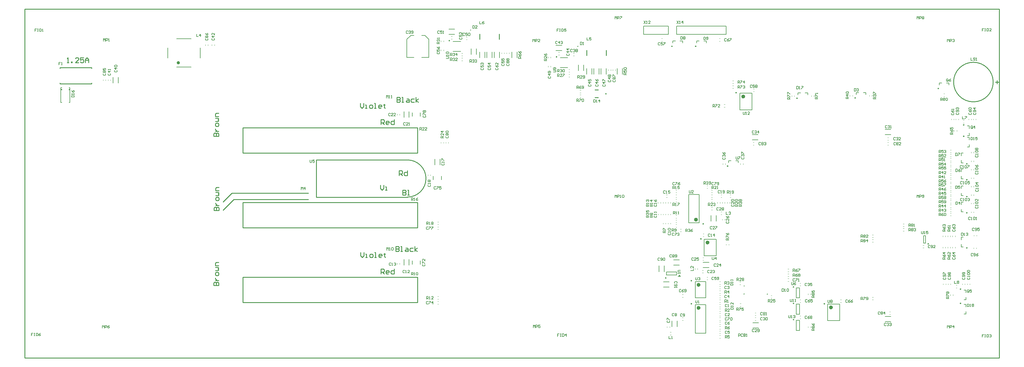
<source format=gto>
G04 Layer_Color=65535*
%FSLAX43Y43*%
%MOMM*%
G71*
G01*
G75*
%ADD34C,0.250*%
%ADD36C,0.150*%
%ADD37C,0.500*%
%ADD38C,0.200*%
%ADD42C,0.254*%
%ADD79C,0.600*%
%ADD80C,0.100*%
D34*
X278225Y35150D02*
G03*
X278225Y35150I-125J0D01*
G01*
X246250Y16675D02*
G03*
X246250Y16675I-125J0D01*
G01*
X236751Y21850D02*
G03*
X236751Y21850I-125J0D01*
G01*
X216455Y59095D02*
G03*
X216455Y59095I-125J0D01*
G01*
X219075Y81725D02*
G03*
X219075Y81725I-125J0D01*
G01*
X208950Y41315D02*
G03*
X208950Y41315I-125J0D01*
G01*
X205300Y23780D02*
G03*
X205300Y23780I-125J0D01*
G01*
X130800Y97775D02*
G03*
X130800Y97775I-125J0D01*
G01*
X197425Y24625D02*
G03*
X197425Y24625I-125J0D01*
G01*
X236750Y11800D02*
G03*
X236750Y11800I-125J0D01*
G01*
Y16800D02*
G03*
X236750Y16800I-125J0D01*
G01*
X288150Y21200D02*
G03*
X288150Y21200I-125J0D01*
G01*
Y16800D02*
G03*
X288150Y16800I-125J0D01*
G01*
X237825Y80025D02*
G03*
X237825Y80025I-125J0D01*
G01*
X281325Y83025D02*
G03*
X281325Y83025I-125J0D01*
G01*
X289150Y68300D02*
G03*
X289150Y68300I-125J0D01*
G01*
Y71800D02*
G03*
X289150Y71800I-125J0D01*
G01*
X290100Y33900D02*
G03*
X290100Y33900I-125J0D01*
G01*
X255725Y80125D02*
G03*
X255725Y80125I-125J0D01*
G01*
X290100Y44700D02*
G03*
X290100Y44700I-125J0D01*
G01*
Y49700D02*
G03*
X290100Y49700I-125J0D01*
G01*
Y54900D02*
G03*
X290100Y54900I-125J0D01*
G01*
Y59800D02*
G03*
X290100Y59800I-125J0D01*
G01*
X199325Y96025D02*
G03*
X199325Y96025I-125J0D01*
G01*
X206625D02*
G03*
X206625Y96025I-125J0D01*
G01*
X205300Y16685D02*
G03*
X205300Y16685I-125J0D01*
G01*
X208250Y36675D02*
G03*
X208250Y36675I-125J0D01*
G01*
X163800Y92775D02*
G03*
X163800Y92775I-125J0D01*
G01*
X299250Y84500D02*
Y85500D01*
X298750Y85000D02*
X299750D01*
X175500Y80200D02*
X176500D01*
X175500Y82600D02*
X176500D01*
X69250Y50800D02*
X87250D01*
X69250Y48800D02*
X87250D01*
X61000Y48100D02*
X63700Y50800D01*
X69250D01*
X61000Y45500D02*
X64300Y48800D01*
X69250D01*
D36*
X52900Y99800D02*
Y99000D01*
X53433D01*
X54100D02*
Y99800D01*
X53700Y99400D01*
X54233D01*
X276000Y39000D02*
Y38333D01*
X276133Y38200D01*
X276400D01*
X276533Y38333D01*
Y39000D01*
X276800Y38200D02*
X277066D01*
X276933D01*
Y39000D01*
X276800Y38866D01*
X277999Y39000D02*
X277466D01*
Y38600D01*
X277733Y38733D01*
X277866D01*
X277999Y38600D01*
Y38333D01*
X277866Y38200D01*
X277599D01*
X277466Y38333D01*
X247200Y17800D02*
Y17133D01*
X247333Y17000D01*
X247600D01*
X247733Y17133D01*
Y17800D01*
X248000Y17666D02*
X248133Y17800D01*
X248400D01*
X248533Y17666D01*
Y17533D01*
X248400Y17400D01*
X248533Y17267D01*
Y17133D01*
X248400Y17000D01*
X248133D01*
X248000Y17133D01*
Y17267D01*
X248133Y17400D01*
X248000Y17533D01*
Y17666D01*
X248133Y17400D02*
X248400D01*
X140016Y103714D02*
Y102915D01*
X140550D01*
X141349Y103714D02*
X141083Y103581D01*
X140816Y103314D01*
Y103048D01*
X140949Y102915D01*
X141216D01*
X141349Y103048D01*
Y103181D01*
X141216Y103314D01*
X140816D01*
X236000Y23300D02*
Y22633D01*
X236133Y22500D01*
X236400D01*
X236533Y22633D01*
Y23300D01*
X237333D02*
X237066Y23166D01*
X236800Y22900D01*
Y22633D01*
X236933Y22500D01*
X237200D01*
X237333Y22633D01*
Y22767D01*
X237200Y22900D01*
X236800D01*
X218900Y62000D02*
Y61333D01*
X219033Y61200D01*
X219300D01*
X219433Y61333D01*
Y62000D01*
X219700D02*
X220233D01*
Y61866D01*
X219700Y61333D01*
Y61200D01*
X137900Y102400D02*
Y101600D01*
X138300D01*
X138433Y101733D01*
Y102266D01*
X138300Y102400D01*
X137900D01*
X139233Y101600D02*
X138700D01*
X139233Y102133D01*
Y102266D01*
X139100Y102400D01*
X138833D01*
X138700Y102266D01*
X217300Y15000D02*
X218100D01*
Y15400D01*
X217967Y15533D01*
X217434D01*
X217300Y15400D01*
Y15000D01*
X218100Y15800D02*
Y16066D01*
Y15933D01*
X217300D01*
X217434Y15800D01*
X218100Y16999D02*
Y16466D01*
X217567Y16999D01*
X217434D01*
X217300Y16866D01*
Y16599D01*
X217434Y16466D01*
X14400Y80400D02*
X15200D01*
Y80800D01*
X15067Y80933D01*
X14534D01*
X14400Y80800D01*
Y80400D01*
X15200Y81200D02*
Y81466D01*
Y81333D01*
X14400D01*
X14534Y81200D01*
X14400Y82399D02*
X14534Y82133D01*
X14800Y81866D01*
X15067D01*
X15200Y81999D01*
Y82266D01*
X15067Y82399D01*
X14933D01*
X14800Y82266D01*
Y81866D01*
X257400Y35700D02*
Y36500D01*
X257800D01*
X257933Y36366D01*
Y36100D01*
X257800Y35967D01*
X257400D01*
X257667D02*
X257933Y35700D01*
X258200Y36366D02*
X258333Y36500D01*
X258600D01*
X258733Y36366D01*
Y36233D01*
X258600Y36100D01*
X258733Y35967D01*
Y35833D01*
X258600Y35700D01*
X258333D01*
X258200Y35833D01*
Y35967D01*
X258333Y36100D01*
X258200Y36233D01*
Y36366D01*
X258333Y36100D02*
X258600D01*
X259399Y35700D02*
Y36500D01*
X258999Y36100D01*
X259533D01*
X111300Y80100D02*
Y80900D01*
X111567Y80633D01*
X111833Y80900D01*
Y80100D01*
X112100D02*
X112366D01*
X112233D01*
Y80900D01*
X112100Y80766D01*
X112766Y80100D02*
X113033D01*
X112899D01*
Y80900D01*
X112766Y80766D01*
X221100Y75800D02*
Y75133D01*
X221233Y75000D01*
X221500D01*
X221633Y75133D01*
Y75800D01*
X221900Y75000D02*
X222166D01*
X222033D01*
Y75800D01*
X221900Y75666D01*
X223099Y75000D02*
X222566D01*
X223099Y75533D01*
Y75666D01*
X222966Y75800D01*
X222699D01*
X222566Y75666D01*
X10979Y91083D02*
X10446D01*
Y90683D01*
X10713D01*
X10446D01*
Y90283D01*
X11246D02*
X11513D01*
X11379D01*
Y91083D01*
X11246Y90949D01*
X121600Y70200D02*
Y71000D01*
X122000D01*
X122133Y70866D01*
Y70600D01*
X122000Y70467D01*
X121600D01*
X121867D02*
X122133Y70200D01*
X122933D02*
X122400D01*
X122933Y70733D01*
Y70866D01*
X122800Y71000D01*
X122533D01*
X122400Y70866D01*
X123733Y70200D02*
X123199D01*
X123733Y70733D01*
Y70866D01*
X123599Y71000D01*
X123333D01*
X123199Y70866D01*
X215900Y45000D02*
Y44200D01*
X216433D01*
X216700Y44866D02*
X216833Y45000D01*
X217100D01*
X217233Y44866D01*
Y44733D01*
X217100Y44600D01*
X216966D01*
X217100D01*
X217233Y44467D01*
Y44333D01*
X217100Y44200D01*
X216833D01*
X216700Y44333D01*
X117933Y100666D02*
X117800Y100800D01*
X117533D01*
X117400Y100666D01*
Y100133D01*
X117533Y100000D01*
X117800D01*
X117933Y100133D01*
X118200Y100666D02*
X118333Y100800D01*
X118600D01*
X118733Y100666D01*
Y100533D01*
X118600Y100400D01*
X118466D01*
X118600D01*
X118733Y100267D01*
Y100133D01*
X118600Y100000D01*
X118333D01*
X118200Y100133D01*
X118999D02*
X119133Y100000D01*
X119399D01*
X119533Y100133D01*
Y100666D01*
X119399Y100800D01*
X119133D01*
X118999Y100666D01*
Y100533D01*
X119133Y100400D01*
X119533D01*
X190537Y103840D02*
X191070Y103040D01*
Y103840D02*
X190537Y103040D01*
X191337D02*
X191603D01*
X191470D01*
Y103840D01*
X191337Y103707D01*
X192536Y103040D02*
X192003D01*
X192536Y103574D01*
Y103707D01*
X192403Y103840D01*
X192136D01*
X192003Y103707D01*
X295233Y7200D02*
X294700D01*
Y6800D01*
X294967D01*
X294700D01*
Y6400D01*
X295500Y7200D02*
X295766D01*
X295633D01*
Y6400D01*
X295500D01*
X295766D01*
X296166Y7200D02*
Y6400D01*
X296566D01*
X296699Y6533D01*
Y7066D01*
X296566Y7200D01*
X296166D01*
X296966Y7066D02*
X297099Y7200D01*
X297366D01*
X297499Y7066D01*
Y6933D01*
X297366Y6800D01*
X297233D01*
X297366D01*
X297499Y6667D01*
Y6533D01*
X297366Y6400D01*
X297099D01*
X296966Y6533D01*
X204500Y51600D02*
Y50933D01*
X204633Y50800D01*
X204900D01*
X205033Y50933D01*
Y51600D01*
X205833Y50800D02*
X205300D01*
X205833Y51333D01*
Y51466D01*
X205700Y51600D01*
X205433D01*
X205300Y51466D01*
X206500Y24800D02*
Y24133D01*
X206633Y24000D01*
X206900D01*
X207033Y24133D01*
Y24800D01*
X207300Y24666D02*
X207433Y24800D01*
X207700D01*
X207833Y24666D01*
Y24533D01*
X207700Y24400D01*
X207566D01*
X207700D01*
X207833Y24267D01*
Y24133D01*
X207700Y24000D01*
X207433D01*
X207300Y24133D01*
X122534Y28833D02*
X122400Y28700D01*
Y28433D01*
X122534Y28300D01*
X123067D01*
X123200Y28433D01*
Y28700D01*
X123067Y28833D01*
X122400Y29100D02*
Y29633D01*
X122534D01*
X123067Y29100D01*
X123200D01*
Y30433D02*
Y29899D01*
X122667Y30433D01*
X122534D01*
X122400Y30299D01*
Y30033D01*
X122534Y29899D01*
X145034Y89333D02*
X144900Y89200D01*
Y88933D01*
X145034Y88800D01*
X145567D01*
X145700Y88933D01*
Y89200D01*
X145567Y89333D01*
X144900Y90133D02*
X145034Y89866D01*
X145300Y89600D01*
X145567D01*
X145700Y89733D01*
Y90000D01*
X145567Y90133D01*
X145433D01*
X145300Y90000D01*
Y89600D01*
X145700Y90933D02*
Y90399D01*
X145167Y90933D01*
X145034D01*
X144900Y90799D01*
Y90533D01*
X145034Y90399D01*
X253233Y17766D02*
X253100Y17900D01*
X252833D01*
X252700Y17766D01*
Y17233D01*
X252833Y17100D01*
X253100D01*
X253233Y17233D01*
X254033Y17900D02*
X253766Y17766D01*
X253500Y17500D01*
Y17233D01*
X253633Y17100D01*
X253900D01*
X254033Y17233D01*
Y17367D01*
X253900Y17500D01*
X253500D01*
X254833Y17900D02*
X254566Y17766D01*
X254299Y17500D01*
Y17233D01*
X254433Y17100D01*
X254699D01*
X254833Y17233D01*
Y17367D01*
X254699Y17500D01*
X254299D01*
X291200Y92500D02*
Y91700D01*
X291733D01*
X292533Y92366D02*
X292400Y92500D01*
X292133D01*
X292000Y92366D01*
Y92233D01*
X292133Y92100D01*
X292400D01*
X292533Y91967D01*
Y91833D01*
X292400Y91700D01*
X292133D01*
X292000Y91833D01*
X292799Y91700D02*
X293066D01*
X292933D01*
Y92500D01*
X292799Y92366D01*
X175100Y79600D02*
Y78800D01*
X175500D01*
X175633Y78933D01*
Y79466D01*
X175500Y79600D01*
X175100D01*
X175900Y78800D02*
X176166D01*
X176033D01*
Y79600D01*
X175900Y79466D01*
X176966Y78800D02*
Y79600D01*
X176566Y79200D01*
X177099D01*
X87800Y61000D02*
Y60333D01*
X87933Y60200D01*
X88200D01*
X88333Y60333D01*
Y61000D01*
X89133D02*
X88600D01*
Y60600D01*
X88866Y60733D01*
X89000D01*
X89133Y60600D01*
Y60333D01*
X89000Y60200D01*
X88733D01*
X88600Y60333D01*
X24200Y97600D02*
Y98400D01*
X24467Y98133D01*
X24733Y98400D01*
Y97600D01*
X25000D02*
Y98400D01*
X25400D01*
X25533Y98266D01*
Y98000D01*
X25400Y97867D01*
X25000D01*
X25799Y97600D02*
X26066D01*
X25933D01*
Y98400D01*
X25799Y98266D01*
X181647Y104412D02*
Y105212D01*
X181913Y104945D01*
X182180Y105212D01*
Y104412D01*
X182447D02*
Y105212D01*
X182846D01*
X182980Y105078D01*
Y104812D01*
X182846Y104679D01*
X182447D01*
X183246Y105212D02*
X183779D01*
Y105078D01*
X183246Y104545D01*
Y104412D01*
X85100Y51800D02*
Y52600D01*
X85367Y52333D01*
X85633Y52600D01*
Y51800D01*
X86300D02*
Y52600D01*
X85900Y52200D01*
X86433D01*
X152800Y92300D02*
X152000D01*
Y92700D01*
X152134Y92833D01*
X152400D01*
X152533Y92700D01*
Y92300D01*
Y92567D02*
X152800Y92833D01*
X152000Y93633D02*
X152134Y93366D01*
X152400Y93100D01*
X152667D01*
X152800Y93233D01*
Y93500D01*
X152667Y93633D01*
X152533D01*
X152400Y93500D01*
Y93100D01*
X152000Y94433D02*
X152134Y94166D01*
X152400Y93899D01*
X152667D01*
X152800Y94033D01*
Y94299D01*
X152667Y94433D01*
X152533D01*
X152400Y94299D01*
Y93899D01*
X129700Y92300D02*
X130367D01*
X130500Y92433D01*
Y92700D01*
X130367Y92833D01*
X129700D01*
X130500Y93100D02*
Y93366D01*
Y93233D01*
X129700D01*
X129834Y93100D01*
Y93766D02*
X129700Y93899D01*
Y94166D01*
X129834Y94299D01*
X130367D01*
X130500Y94166D01*
Y93899D01*
X130367Y93766D01*
X129834D01*
X201850Y26999D02*
X201183D01*
X201050Y26866D01*
Y26599D01*
X201183Y26466D01*
X201850D01*
X201050Y26200D02*
Y25933D01*
Y26066D01*
X201850D01*
X201717Y26200D01*
X201050Y25133D02*
X201850D01*
X201450Y25533D01*
Y25000D01*
X235100Y13100D02*
Y12433D01*
X235233Y12300D01*
X235500D01*
X235633Y12433D01*
Y13100D01*
X235900Y12300D02*
X236166D01*
X236033D01*
Y13100D01*
X235900Y12966D01*
X236566D02*
X236699Y13100D01*
X236966D01*
X237099Y12966D01*
Y12833D01*
X236966Y12700D01*
X236833D01*
X236966D01*
X237099Y12567D01*
Y12433D01*
X236966Y12300D01*
X236699D01*
X236566Y12433D01*
X235600Y18100D02*
Y17433D01*
X235733Y17300D01*
X236000D01*
X236133Y17433D01*
Y18100D01*
X236400Y17300D02*
X236666D01*
X236533D01*
Y18100D01*
X236400Y17966D01*
X237066Y17300D02*
X237333D01*
X237199D01*
Y18100D01*
X237066Y17966D01*
X243100Y8400D02*
X242300D01*
Y8800D01*
X242434Y8933D01*
X242700D01*
X242833Y8800D01*
Y8400D01*
Y8667D02*
X243100Y8933D01*
X242434Y9200D02*
X242300Y9333D01*
Y9600D01*
X242434Y9733D01*
X242567D01*
X242700Y9600D01*
X242833Y9733D01*
X242967D01*
X243100Y9600D01*
Y9333D01*
X242967Y9200D01*
X242833D01*
X242700Y9333D01*
X242567Y9200D01*
X242434D01*
X242700Y9333D02*
Y9600D01*
X242300Y10533D02*
X242434Y10266D01*
X242700Y9999D01*
X242967D01*
X243100Y10133D01*
Y10399D01*
X242967Y10533D01*
X242833D01*
X242700Y10399D01*
Y9999D01*
X243100Y18600D02*
X242300D01*
Y19000D01*
X242434Y19133D01*
X242700D01*
X242833Y19000D01*
Y18600D01*
Y18867D02*
X243100Y19133D01*
X242434Y19400D02*
X242300Y19533D01*
Y19800D01*
X242434Y19933D01*
X242567D01*
X242700Y19800D01*
X242833Y19933D01*
X242967D01*
X243100Y19800D01*
Y19533D01*
X242967Y19400D01*
X242833D01*
X242700Y19533D01*
X242567Y19400D01*
X242434D01*
X242700Y19533D02*
Y19800D01*
X242300Y20733D02*
Y20199D01*
X242700D01*
X242567Y20466D01*
Y20599D01*
X242700Y20733D01*
X242967D01*
X243100Y20599D01*
Y20333D01*
X242967Y20199D01*
X281900Y79300D02*
Y80100D01*
X282300D01*
X282433Y79966D01*
Y79700D01*
X282300Y79567D01*
X281900D01*
X282167D02*
X282433Y79300D01*
X282700Y79966D02*
X282833Y80100D01*
X283100D01*
X283233Y79966D01*
Y79833D01*
X283100Y79700D01*
X283233Y79567D01*
Y79433D01*
X283100Y79300D01*
X282833D01*
X282700Y79433D01*
Y79567D01*
X282833Y79700D01*
X282700Y79833D01*
Y79966D01*
X282833Y79700D02*
X283100D01*
X283499Y79966D02*
X283633Y80100D01*
X283899D01*
X284033Y79966D01*
Y79433D01*
X283899Y79300D01*
X283633D01*
X283499Y79433D01*
Y79966D01*
X244100Y79800D02*
X243300D01*
Y80200D01*
X243434Y80333D01*
X243700D01*
X243833Y80200D01*
Y79800D01*
Y80067D02*
X244100Y80333D01*
X243300Y80600D02*
Y81133D01*
X243434D01*
X243967Y80600D01*
X244100D01*
Y81399D02*
Y81666D01*
Y81533D01*
X243300D01*
X243434Y81399D01*
X290633Y20333D02*
Y20866D01*
X290500Y21000D01*
X290233D01*
X290100Y20866D01*
Y20333D01*
X290233Y20200D01*
X290500D01*
X290367Y20467D02*
X290633Y20200D01*
X290500D02*
X290633Y20333D01*
X291433Y21000D02*
X290900D01*
Y20600D01*
X291166Y20733D01*
X291300D01*
X291433Y20600D01*
Y20333D01*
X291300Y20200D01*
X291033D01*
X290900Y20333D01*
X286200Y23700D02*
Y22900D01*
X286733D01*
X287000Y23566D02*
X287133Y23700D01*
X287400D01*
X287533Y23566D01*
Y23433D01*
X287400Y23300D01*
X287533Y23167D01*
Y23033D01*
X287400Y22900D01*
X287133D01*
X287000Y23033D01*
Y23167D01*
X287133Y23300D01*
X287000Y23433D01*
Y23566D01*
X287133Y23300D02*
X287400D01*
X290100Y16600D02*
Y15800D01*
X290500D01*
X290633Y15933D01*
Y16466D01*
X290500Y16600D01*
X290100D01*
X290900Y15800D02*
X291166D01*
X291033D01*
Y16600D01*
X290900Y16466D01*
X291566D02*
X291699Y16600D01*
X291966D01*
X292099Y16466D01*
Y16333D01*
X291966Y16200D01*
X292099Y16067D01*
Y15933D01*
X291966Y15800D01*
X291699D01*
X291566Y15933D01*
Y16067D01*
X291699Y16200D01*
X291566Y16333D01*
Y16466D01*
X291699Y16200D02*
X291966D01*
X237600Y83700D02*
Y82900D01*
X238000D01*
X238133Y83033D01*
Y83566D01*
X238000Y83700D01*
X237600D01*
X238400Y82900D02*
X238666D01*
X238533D01*
Y83700D01*
X238400Y83566D01*
X239066Y83700D02*
X239599D01*
Y83566D01*
X239066Y83033D01*
Y82900D01*
X292734Y62433D02*
X292600Y62300D01*
Y62033D01*
X292734Y61900D01*
X293267D01*
X293400Y62033D01*
Y62300D01*
X293267Y62433D01*
X293400Y62700D02*
Y62966D01*
Y62833D01*
X292600D01*
X292734Y62700D01*
Y63366D02*
X292600Y63499D01*
Y63766D01*
X292734Y63899D01*
X293267D01*
X293400Y63766D01*
Y63499D01*
X293267Y63366D01*
X292734D01*
Y64166D02*
X292600Y64299D01*
Y64566D01*
X292734Y64699D01*
X292867D01*
X293000Y64566D01*
X293133Y64699D01*
X293267D01*
X293400Y64566D01*
Y64299D01*
X293267Y64166D01*
X293133D01*
X293000Y64299D01*
X292867Y64166D01*
X292734D01*
X293000Y64299D02*
Y64566D01*
X288433Y59166D02*
X288300Y59300D01*
X288033D01*
X287900Y59166D01*
Y58633D01*
X288033Y58500D01*
X288300D01*
X288433Y58633D01*
X288700Y58500D02*
X288966D01*
X288833D01*
Y59300D01*
X288700Y59166D01*
X289366D02*
X289499Y59300D01*
X289766D01*
X289899Y59166D01*
Y58633D01*
X289766Y58500D01*
X289499D01*
X289366Y58633D01*
Y59166D01*
X290166Y59300D02*
X290699D01*
Y59166D01*
X290166Y58633D01*
Y58500D01*
X292734Y57133D02*
X292600Y57000D01*
Y56733D01*
X292734Y56600D01*
X293267D01*
X293400Y56733D01*
Y57000D01*
X293267Y57133D01*
X293400Y57400D02*
Y57666D01*
Y57533D01*
X292600D01*
X292734Y57400D01*
Y58066D02*
X292600Y58199D01*
Y58466D01*
X292734Y58599D01*
X293267D01*
X293400Y58466D01*
Y58199D01*
X293267Y58066D01*
X292734D01*
X292600Y59399D02*
X292734Y59133D01*
X293000Y58866D01*
X293267D01*
X293400Y58999D01*
Y59266D01*
X293267Y59399D01*
X293133D01*
X293000Y59266D01*
Y58866D01*
X288533Y54266D02*
X288400Y54400D01*
X288133D01*
X288000Y54266D01*
Y53733D01*
X288133Y53600D01*
X288400D01*
X288533Y53733D01*
X288800Y53600D02*
X289066D01*
X288933D01*
Y54400D01*
X288800Y54266D01*
X289466D02*
X289599Y54400D01*
X289866D01*
X289999Y54266D01*
Y53733D01*
X289866Y53600D01*
X289599D01*
X289466Y53733D01*
Y54266D01*
X290799Y54400D02*
X290266D01*
Y54000D01*
X290533Y54133D01*
X290666D01*
X290799Y54000D01*
Y53733D01*
X290666Y53600D01*
X290399D01*
X290266Y53733D01*
X292834Y51833D02*
X292700Y51700D01*
Y51433D01*
X292834Y51300D01*
X293367D01*
X293500Y51433D01*
Y51700D01*
X293367Y51833D01*
X293500Y52100D02*
Y52366D01*
Y52233D01*
X292700D01*
X292834Y52100D01*
Y52766D02*
X292700Y52899D01*
Y53166D01*
X292834Y53299D01*
X293367D01*
X293500Y53166D01*
Y52899D01*
X293367Y52766D01*
X292834D01*
X293500Y53966D02*
X292700D01*
X293100Y53566D01*
Y54099D01*
X288533Y49066D02*
X288400Y49200D01*
X288133D01*
X288000Y49066D01*
Y48533D01*
X288133Y48400D01*
X288400D01*
X288533Y48533D01*
X288800Y48400D02*
X289066D01*
X288933D01*
Y49200D01*
X288800Y49066D01*
X289466D02*
X289599Y49200D01*
X289866D01*
X289999Y49066D01*
Y48533D01*
X289866Y48400D01*
X289599D01*
X289466Y48533D01*
Y49066D01*
X290266D02*
X290399Y49200D01*
X290666D01*
X290799Y49066D01*
Y48933D01*
X290666Y48800D01*
X290533D01*
X290666D01*
X290799Y48667D01*
Y48533D01*
X290666Y48400D01*
X290399D01*
X290266Y48533D01*
X292734Y46633D02*
X292600Y46500D01*
Y46233D01*
X292734Y46100D01*
X293267D01*
X293400Y46233D01*
Y46500D01*
X293267Y46633D01*
X293400Y46900D02*
Y47166D01*
Y47033D01*
X292600D01*
X292734Y46900D01*
Y47566D02*
X292600Y47699D01*
Y47966D01*
X292734Y48099D01*
X293267D01*
X293400Y47966D01*
Y47699D01*
X293267Y47566D01*
X292734D01*
X293400Y48899D02*
Y48366D01*
X292867Y48899D01*
X292734D01*
X292600Y48766D01*
Y48499D01*
X292734Y48366D01*
X291033Y43266D02*
X290900Y43400D01*
X290633D01*
X290500Y43266D01*
Y42733D01*
X290633Y42600D01*
X290900D01*
X291033Y42733D01*
X291300Y42600D02*
X291566D01*
X291433D01*
Y43400D01*
X291300Y43266D01*
X291966D02*
X292099Y43400D01*
X292366D01*
X292499Y43266D01*
Y42733D01*
X292366Y42600D01*
X292099D01*
X291966Y42733D01*
Y43266D01*
X292766Y42600D02*
X293033D01*
X292899D01*
Y43400D01*
X292766Y43266D01*
X290234Y24733D02*
X290100Y24600D01*
Y24333D01*
X290234Y24200D01*
X290767D01*
X290900Y24333D01*
Y24600D01*
X290767Y24733D01*
X290900Y25000D02*
Y25266D01*
Y25133D01*
X290100D01*
X290234Y25000D01*
Y25666D02*
X290100Y25799D01*
Y26066D01*
X290234Y26199D01*
X290767D01*
X290900Y26066D01*
Y25799D01*
X290767Y25666D01*
X290234D01*
Y26466D02*
X290100Y26599D01*
Y26866D01*
X290234Y26999D01*
X290767D01*
X290900Y26866D01*
Y26599D01*
X290767Y26466D01*
X290234D01*
X288734Y24733D02*
X288600Y24600D01*
Y24333D01*
X288734Y24200D01*
X289267D01*
X289400Y24333D01*
Y24600D01*
X289267Y24733D01*
Y25000D02*
X289400Y25133D01*
Y25400D01*
X289267Y25533D01*
X288734D01*
X288600Y25400D01*
Y25133D01*
X288734Y25000D01*
X288867D01*
X289000Y25133D01*
Y25533D01*
X289267Y25799D02*
X289400Y25933D01*
Y26199D01*
X289267Y26333D01*
X288734D01*
X288600Y26199D01*
Y25933D01*
X288734Y25799D01*
X288867D01*
X289000Y25933D01*
Y26333D01*
X284334Y24733D02*
X284200Y24600D01*
Y24333D01*
X284334Y24200D01*
X284867D01*
X285000Y24333D01*
Y24600D01*
X284867Y24733D01*
Y25000D02*
X285000Y25133D01*
Y25400D01*
X284867Y25533D01*
X284334D01*
X284200Y25400D01*
Y25133D01*
X284334Y25000D01*
X284467D01*
X284600Y25133D01*
Y25533D01*
X284334Y25799D02*
X284200Y25933D01*
Y26199D01*
X284334Y26333D01*
X284467D01*
X284600Y26199D01*
X284733Y26333D01*
X284867D01*
X285000Y26199D01*
Y25933D01*
X284867Y25799D01*
X284733D01*
X284600Y25933D01*
X284467Y25799D01*
X284334D01*
X284600Y25933D02*
Y26199D01*
X282834Y24733D02*
X282700Y24600D01*
Y24333D01*
X282834Y24200D01*
X283367D01*
X283500Y24333D01*
Y24600D01*
X283367Y24733D01*
Y25000D02*
X283500Y25133D01*
Y25400D01*
X283367Y25533D01*
X282834D01*
X282700Y25400D01*
Y25133D01*
X282834Y25000D01*
X282967D01*
X283100Y25133D01*
Y25533D01*
X282700Y25799D02*
Y26333D01*
X282834D01*
X283367Y25799D01*
X283500D01*
X291833Y32066D02*
X291700Y32200D01*
X291433D01*
X291300Y32066D01*
Y31533D01*
X291433Y31400D01*
X291700D01*
X291833Y31533D01*
X292100D02*
X292233Y31400D01*
X292500D01*
X292633Y31533D01*
Y32066D01*
X292500Y32200D01*
X292233D01*
X292100Y32066D01*
Y31933D01*
X292233Y31800D01*
X292633D01*
X293433Y32200D02*
X293166Y32066D01*
X292899Y31800D01*
Y31533D01*
X293033Y31400D01*
X293299D01*
X293433Y31533D01*
Y31667D01*
X293299Y31800D01*
X292899D01*
X292233Y39866D02*
X292100Y40000D01*
X291833D01*
X291700Y39866D01*
Y39333D01*
X291833Y39200D01*
X292100D01*
X292233Y39333D01*
X292500D02*
X292633Y39200D01*
X292900D01*
X293033Y39333D01*
Y39866D01*
X292900Y40000D01*
X292633D01*
X292500Y39866D01*
Y39733D01*
X292633Y39600D01*
X293033D01*
X293833Y40000D02*
X293299D01*
Y39600D01*
X293566Y39733D01*
X293699D01*
X293833Y39600D01*
Y39333D01*
X293699Y39200D01*
X293433D01*
X293299Y39333D01*
X292134Y75533D02*
X292000Y75400D01*
Y75133D01*
X292134Y75000D01*
X292667D01*
X292800Y75133D01*
Y75400D01*
X292667Y75533D01*
Y75800D02*
X292800Y75933D01*
Y76200D01*
X292667Y76333D01*
X292134D01*
X292000Y76200D01*
Y75933D01*
X292134Y75800D01*
X292267D01*
X292400Y75933D01*
Y76333D01*
X292800Y76999D02*
X292000D01*
X292400Y76599D01*
Y77133D01*
X286834Y75533D02*
X286700Y75400D01*
Y75133D01*
X286834Y75000D01*
X287367D01*
X287500Y75133D01*
Y75400D01*
X287367Y75533D01*
Y75800D02*
X287500Y75933D01*
Y76200D01*
X287367Y76333D01*
X286834D01*
X286700Y76200D01*
Y75933D01*
X286834Y75800D01*
X286967D01*
X287100Y75933D01*
Y76333D01*
X286834Y76599D02*
X286700Y76733D01*
Y76999D01*
X286834Y77133D01*
X286967D01*
X287100Y76999D01*
Y76866D01*
Y76999D01*
X287233Y77133D01*
X287367D01*
X287500Y76999D01*
Y76733D01*
X287367Y76599D01*
X278633Y34566D02*
X278500Y34700D01*
X278233D01*
X278100Y34566D01*
Y34033D01*
X278233Y33900D01*
X278500D01*
X278633Y34033D01*
X278900D02*
X279033Y33900D01*
X279300D01*
X279433Y34033D01*
Y34566D01*
X279300Y34700D01*
X279033D01*
X278900Y34566D01*
Y34433D01*
X279033Y34300D01*
X279433D01*
X280233Y33900D02*
X279699D01*
X280233Y34433D01*
Y34566D01*
X280099Y34700D01*
X279833D01*
X279699Y34566D01*
X200666Y22967D02*
X200800Y23100D01*
Y23367D01*
X200666Y23500D01*
X200133D01*
X200000Y23367D01*
Y23100D01*
X200133Y22967D01*
Y22700D02*
X200000Y22567D01*
Y22300D01*
X200133Y22167D01*
X200666D01*
X200800Y22300D01*
Y22567D01*
X200666Y22700D01*
X200533D01*
X200400Y22567D01*
Y22167D01*
X200000Y21901D02*
Y21634D01*
Y21767D01*
X200800D01*
X200666Y21901D01*
X195433Y30666D02*
X195300Y30800D01*
X195033D01*
X194900Y30666D01*
Y30133D01*
X195033Y30000D01*
X195300D01*
X195433Y30133D01*
X195700D02*
X195833Y30000D01*
X196100D01*
X196233Y30133D01*
Y30666D01*
X196100Y30800D01*
X195833D01*
X195700Y30666D01*
Y30533D01*
X195833Y30400D01*
X196233D01*
X196499Y30666D02*
X196633Y30800D01*
X196899D01*
X197033Y30666D01*
Y30133D01*
X196899Y30000D01*
X196633D01*
X196499Y30133D01*
Y30666D01*
X199092Y31676D02*
X198958Y31809D01*
X198692D01*
X198558Y31676D01*
Y31143D01*
X198692Y31009D01*
X198958D01*
X199092Y31143D01*
X199358Y31676D02*
X199491Y31809D01*
X199758D01*
X199891Y31676D01*
Y31543D01*
X199758Y31409D01*
X199891Y31276D01*
Y31143D01*
X199758Y31009D01*
X199491D01*
X199358Y31143D01*
Y31276D01*
X199491Y31409D01*
X199358Y31543D01*
Y31676D01*
X199491Y31409D02*
X199758D01*
X200158Y31143D02*
X200291Y31009D01*
X200558D01*
X200691Y31143D01*
Y31676D01*
X200558Y31809D01*
X200291D01*
X200158Y31676D01*
Y31543D01*
X200291Y31409D01*
X200691D01*
X148434Y90633D02*
X148300Y90500D01*
Y90233D01*
X148434Y90100D01*
X148967D01*
X149100Y90233D01*
Y90500D01*
X148967Y90633D01*
X148434Y90900D02*
X148300Y91033D01*
Y91300D01*
X148434Y91433D01*
X148567D01*
X148700Y91300D01*
X148833Y91433D01*
X148967D01*
X149100Y91300D01*
Y91033D01*
X148967Y90900D01*
X148833D01*
X148700Y91033D01*
X148567Y90900D01*
X148434D01*
X148700Y91033D02*
Y91300D01*
X148434Y91699D02*
X148300Y91833D01*
Y92099D01*
X148434Y92233D01*
X148567D01*
X148700Y92099D01*
X148833Y92233D01*
X148967D01*
X149100Y92099D01*
Y91833D01*
X148967Y91699D01*
X148833D01*
X148700Y91833D01*
X148567Y91699D01*
X148434D01*
X148700Y91833D02*
Y92099D01*
X181134Y85633D02*
X181000Y85500D01*
Y85233D01*
X181134Y85100D01*
X181667D01*
X181800Y85233D01*
Y85500D01*
X181667Y85633D01*
X181134Y85900D02*
X181000Y86033D01*
Y86300D01*
X181134Y86433D01*
X181267D01*
X181400Y86300D01*
X181533Y86433D01*
X181667D01*
X181800Y86300D01*
Y86033D01*
X181667Y85900D01*
X181533D01*
X181400Y86033D01*
X181267Y85900D01*
X181134D01*
X181400Y86033D02*
Y86300D01*
X181000Y86699D02*
Y87233D01*
X181134D01*
X181667Y86699D01*
X181800D01*
X55734Y98433D02*
X55600Y98300D01*
Y98033D01*
X55734Y97900D01*
X56267D01*
X56400Y98033D01*
Y98300D01*
X56267Y98433D01*
X55734Y98700D02*
X55600Y98833D01*
Y99100D01*
X55734Y99233D01*
X55867D01*
X56000Y99100D01*
X56133Y99233D01*
X56267D01*
X56400Y99100D01*
Y98833D01*
X56267Y98700D01*
X56133D01*
X56000Y98833D01*
X55867Y98700D01*
X55734D01*
X56000Y98833D02*
Y99100D01*
X55600Y100033D02*
X55734Y99766D01*
X56000Y99499D01*
X56267D01*
X56400Y99633D01*
Y99899D01*
X56267Y100033D01*
X56133D01*
X56000Y99899D01*
Y99499D01*
X24234Y87633D02*
X24100Y87500D01*
Y87233D01*
X24234Y87100D01*
X24767D01*
X24900Y87233D01*
Y87500D01*
X24767Y87633D01*
X24234Y87900D02*
X24100Y88033D01*
Y88300D01*
X24234Y88433D01*
X24367D01*
X24500Y88300D01*
X24633Y88433D01*
X24767D01*
X24900Y88300D01*
Y88033D01*
X24767Y87900D01*
X24633D01*
X24500Y88033D01*
X24367Y87900D01*
X24234D01*
X24500Y88033D02*
Y88300D01*
X24100Y89233D02*
Y88699D01*
X24500D01*
X24367Y88966D01*
Y89099D01*
X24500Y89233D01*
X24767D01*
X24900Y89099D01*
Y88833D01*
X24767Y88699D01*
X263233Y14066D02*
X263100Y14200D01*
X262833D01*
X262700Y14066D01*
Y13533D01*
X262833Y13400D01*
X263100D01*
X263233Y13533D01*
X263500Y14066D02*
X263633Y14200D01*
X263900D01*
X264033Y14066D01*
Y13933D01*
X263900Y13800D01*
X264033Y13667D01*
Y13533D01*
X263900Y13400D01*
X263633D01*
X263500Y13533D01*
Y13667D01*
X263633Y13800D01*
X263500Y13933D01*
Y14066D01*
X263633Y13800D02*
X263900D01*
X264699Y13400D02*
Y14200D01*
X264299Y13800D01*
X264833D01*
X226533Y66266D02*
X226400Y66400D01*
X226133D01*
X226000Y66266D01*
Y65733D01*
X226133Y65600D01*
X226400D01*
X226533Y65733D01*
X226800Y66266D02*
X226933Y66400D01*
X227200D01*
X227333Y66266D01*
Y66133D01*
X227200Y66000D01*
X227333Y65867D01*
Y65733D01*
X227200Y65600D01*
X226933D01*
X226800Y65733D01*
Y65867D01*
X226933Y66000D01*
X226800Y66133D01*
Y66266D01*
X226933Y66000D02*
X227200D01*
X227599Y66266D02*
X227733Y66400D01*
X227999D01*
X228133Y66266D01*
Y66133D01*
X227999Y66000D01*
X227866D01*
X227999D01*
X228133Y65867D01*
Y65733D01*
X227999Y65600D01*
X227733D01*
X227599Y65733D01*
X268033Y66266D02*
X267900Y66400D01*
X267633D01*
X267500Y66266D01*
Y65733D01*
X267633Y65600D01*
X267900D01*
X268033Y65733D01*
X268300Y66266D02*
X268433Y66400D01*
X268700D01*
X268833Y66266D01*
Y66133D01*
X268700Y66000D01*
X268833Y65867D01*
Y65733D01*
X268700Y65600D01*
X268433D01*
X268300Y65733D01*
Y65867D01*
X268433Y66000D01*
X268300Y66133D01*
Y66266D01*
X268433Y66000D02*
X268700D01*
X269633Y65600D02*
X269099D01*
X269633Y66133D01*
Y66266D01*
X269499Y66400D01*
X269233D01*
X269099Y66266D01*
X227033Y13866D02*
X226900Y14000D01*
X226633D01*
X226500Y13866D01*
Y13333D01*
X226633Y13200D01*
X226900D01*
X227033Y13333D01*
X227300Y13866D02*
X227433Y14000D01*
X227700D01*
X227833Y13866D01*
Y13733D01*
X227700Y13600D01*
X227833Y13467D01*
Y13333D01*
X227700Y13200D01*
X227433D01*
X227300Y13333D01*
Y13467D01*
X227433Y13600D01*
X227300Y13733D01*
Y13866D01*
X227433Y13600D02*
X227700D01*
X228099Y13200D02*
X228366D01*
X228233D01*
Y14000D01*
X228099Y13866D01*
X129734Y68333D02*
X129600Y68200D01*
Y67933D01*
X129734Y67800D01*
X130267D01*
X130400Y67933D01*
Y68200D01*
X130267Y68333D01*
X129734Y68600D02*
X129600Y68733D01*
Y69000D01*
X129734Y69133D01*
X129867D01*
X130000Y69000D01*
X130133Y69133D01*
X130267D01*
X130400Y69000D01*
Y68733D01*
X130267Y68600D01*
X130133D01*
X130000Y68733D01*
X129867Y68600D01*
X129734D01*
X130000Y68733D02*
Y69000D01*
X129734Y69399D02*
X129600Y69533D01*
Y69799D01*
X129734Y69933D01*
X130267D01*
X130400Y69799D01*
Y69533D01*
X130267Y69399D01*
X129734D01*
X212033Y53966D02*
X211900Y54100D01*
X211633D01*
X211500Y53966D01*
Y53433D01*
X211633Y53300D01*
X211900D01*
X212033Y53433D01*
X212300Y54100D02*
X212833D01*
Y53966D01*
X212300Y53433D01*
Y53300D01*
X213099Y53433D02*
X213233Y53300D01*
X213499D01*
X213633Y53433D01*
Y53966D01*
X213499Y54100D01*
X213233D01*
X213099Y53966D01*
Y53833D01*
X213233Y53700D01*
X213633D01*
X122734Y74633D02*
X122600Y74500D01*
Y74233D01*
X122734Y74100D01*
X123267D01*
X123400Y74233D01*
Y74500D01*
X123267Y74633D01*
X122600Y74900D02*
Y75433D01*
X122734D01*
X123267Y74900D01*
X123400D01*
X122734Y75699D02*
X122600Y75833D01*
Y76099D01*
X122734Y76233D01*
X122867D01*
X123000Y76099D01*
X123133Y76233D01*
X123267D01*
X123400Y76099D01*
Y75833D01*
X123267Y75699D01*
X123133D01*
X123000Y75833D01*
X122867Y75699D01*
X122734D01*
X123000Y75833D02*
Y76099D01*
X124133Y40266D02*
X124000Y40400D01*
X123733D01*
X123600Y40266D01*
Y39733D01*
X123733Y39600D01*
X124000D01*
X124133Y39733D01*
X124400Y40400D02*
X124933D01*
Y40266D01*
X124400Y39733D01*
Y39600D01*
X125199Y40400D02*
X125733D01*
Y40266D01*
X125199Y39733D01*
Y39600D01*
X200033Y53966D02*
X199900Y54100D01*
X199633D01*
X199500Y53966D01*
Y53433D01*
X199633Y53300D01*
X199900D01*
X200033Y53433D01*
X200300Y54100D02*
X200833D01*
Y53966D01*
X200300Y53433D01*
Y53300D01*
X201633Y54100D02*
X201366Y53966D01*
X201099Y53700D01*
Y53433D01*
X201233Y53300D01*
X201499D01*
X201633Y53433D01*
Y53567D01*
X201499Y53700D01*
X201099D01*
X126533Y52666D02*
X126400Y52800D01*
X126133D01*
X126000Y52666D01*
Y52133D01*
X126133Y52000D01*
X126400D01*
X126533Y52133D01*
X126800Y52800D02*
X127333D01*
Y52666D01*
X126800Y52133D01*
Y52000D01*
X128133Y52800D02*
X127599D01*
Y52400D01*
X127866Y52533D01*
X127999D01*
X128133Y52400D01*
Y52133D01*
X127999Y52000D01*
X127733D01*
X127599Y52133D01*
X124133Y17266D02*
X124000Y17400D01*
X123733D01*
X123600Y17266D01*
Y16733D01*
X123733Y16600D01*
X124000D01*
X124133Y16733D01*
X124400Y17400D02*
X124933D01*
Y17266D01*
X124400Y16733D01*
Y16600D01*
X125599D02*
Y17400D01*
X125199Y17000D01*
X125733D01*
X199833Y38366D02*
X199700Y38500D01*
X199433D01*
X199300Y38366D01*
Y37833D01*
X199433Y37700D01*
X199700D01*
X199833Y37833D01*
X200100Y38500D02*
X200633D01*
Y38366D01*
X200100Y37833D01*
Y37700D01*
X200899Y38366D02*
X201033Y38500D01*
X201299D01*
X201433Y38366D01*
Y38233D01*
X201299Y38100D01*
X201166D01*
X201299D01*
X201433Y37967D01*
Y37833D01*
X201299Y37700D01*
X201033D01*
X200899Y37833D01*
X237033Y24266D02*
X236900Y24400D01*
X236633D01*
X236500Y24266D01*
Y23733D01*
X236633Y23600D01*
X236900D01*
X237033Y23733D01*
X237300Y24400D02*
X237833D01*
Y24266D01*
X237300Y23733D01*
Y23600D01*
X238099D02*
X238366D01*
X238233D01*
Y24400D01*
X238099Y24266D01*
X216133Y12266D02*
X216000Y12400D01*
X215733D01*
X215600Y12266D01*
Y11733D01*
X215733Y11600D01*
X216000D01*
X216133Y11733D01*
X216400Y12400D02*
X216933D01*
Y12266D01*
X216400Y11733D01*
Y11600D01*
X217199Y12266D02*
X217333Y12400D01*
X217599D01*
X217733Y12266D01*
Y11733D01*
X217599Y11600D01*
X217333D01*
X217199Y11733D01*
Y12266D01*
X201990Y20976D02*
X201857Y21109D01*
X201590D01*
X201457Y20976D01*
Y20443D01*
X201590Y20309D01*
X201857D01*
X201990Y20443D01*
X202790Y21109D02*
X202523Y20976D01*
X202257Y20709D01*
Y20443D01*
X202390Y20309D01*
X202657D01*
X202790Y20443D01*
Y20576D01*
X202657Y20709D01*
X202257D01*
X203056Y20443D02*
X203190Y20309D01*
X203456D01*
X203590Y20443D01*
Y20976D01*
X203456Y21109D01*
X203190D01*
X203056Y20976D01*
Y20843D01*
X203190Y20709D01*
X203590D01*
X240733Y12766D02*
X240600Y12900D01*
X240333D01*
X240200Y12766D01*
Y12233D01*
X240333Y12100D01*
X240600D01*
X240733Y12233D01*
X241533Y12900D02*
X241266Y12766D01*
X241000Y12500D01*
Y12233D01*
X241133Y12100D01*
X241400D01*
X241533Y12233D01*
Y12367D01*
X241400Y12500D01*
X241000D01*
X241799Y12766D02*
X241933Y12900D01*
X242199D01*
X242333Y12766D01*
Y12633D01*
X242199Y12500D01*
X242333Y12367D01*
Y12233D01*
X242199Y12100D01*
X241933D01*
X241799Y12233D01*
Y12367D01*
X241933Y12500D01*
X241799Y12633D01*
Y12766D01*
X241933Y12500D02*
X242199D01*
X200697Y103840D02*
X201230Y103040D01*
Y103840D02*
X200697Y103040D01*
X201497D02*
X201763D01*
X201630D01*
Y103840D01*
X201497Y103707D01*
X202563Y103040D02*
Y103840D01*
X202163Y103440D01*
X202696D01*
X215933Y98266D02*
X215800Y98400D01*
X215533D01*
X215400Y98266D01*
Y97733D01*
X215533Y97600D01*
X215800D01*
X215933Y97733D01*
X216733Y98400D02*
X216466Y98266D01*
X216200Y98000D01*
Y97733D01*
X216333Y97600D01*
X216600D01*
X216733Y97733D01*
Y97867D01*
X216600Y98000D01*
X216200D01*
X216999Y98400D02*
X217533D01*
Y98266D01*
X216999Y97733D01*
Y97600D01*
X257400Y17900D02*
Y18700D01*
X257800D01*
X257933Y18566D01*
Y18300D01*
X257800Y18167D01*
X257400D01*
X257667D02*
X257933Y17900D01*
X258200Y18700D02*
X258733D01*
Y18566D01*
X258200Y18033D01*
Y17900D01*
X258999Y18033D02*
X259133Y17900D01*
X259399D01*
X259533Y18033D01*
Y18566D01*
X259399Y18700D01*
X259133D01*
X258999Y18566D01*
Y18433D01*
X259133Y18300D01*
X259533D01*
X284496Y18244D02*
X283696D01*
Y18644D01*
X283830Y18778D01*
X284096D01*
X284229Y18644D01*
Y18244D01*
Y18511D02*
X284496Y18778D01*
X283696Y19044D02*
Y19577D01*
X283830D01*
X284363Y19044D01*
X284496D01*
X283830Y19844D02*
X283696Y19977D01*
Y20244D01*
X283830Y20377D01*
X283963D01*
X284096Y20244D01*
X284229Y20377D01*
X284363D01*
X284496Y20244D01*
Y19977D01*
X284363Y19844D01*
X284229D01*
X284096Y19977D01*
X283963Y19844D01*
X283830D01*
X284096Y19977D02*
Y20244D01*
X235600Y79700D02*
X234800D01*
Y80100D01*
X234934Y80233D01*
X235200D01*
X235333Y80100D01*
Y79700D01*
Y79967D02*
X235600Y80233D01*
X234800Y80500D02*
Y81033D01*
X234934D01*
X235467Y80500D01*
X235600D01*
X234800Y81299D02*
Y81833D01*
X234934D01*
X235467Y81299D01*
X235600D01*
X216700Y36300D02*
X215900D01*
Y36700D01*
X216034Y36833D01*
X216300D01*
X216433Y36700D01*
Y36300D01*
Y36567D02*
X216700Y36833D01*
X215900Y37100D02*
Y37633D01*
X216034D01*
X216567Y37100D01*
X216700D01*
X215900Y38433D02*
X216034Y38166D01*
X216300Y37899D01*
X216567D01*
X216700Y38033D01*
Y38299D01*
X216567Y38433D01*
X216433D01*
X216300Y38299D01*
Y37899D01*
X219100Y14600D02*
Y15400D01*
X219500D01*
X219633Y15266D01*
Y15000D01*
X219500Y14867D01*
X219100D01*
X219367D02*
X219633Y14600D01*
X219900Y15400D02*
X220433D01*
Y15266D01*
X219900Y14733D01*
Y14600D01*
X221233Y15400D02*
X220699D01*
Y15000D01*
X220966Y15133D01*
X221099D01*
X221233Y15000D01*
Y14733D01*
X221099Y14600D01*
X220833D01*
X220699Y14733D01*
X219200Y23800D02*
Y24600D01*
X219600D01*
X219733Y24466D01*
Y24200D01*
X219600Y24067D01*
X219200D01*
X219467D02*
X219733Y23800D01*
X220533D02*
X220000D01*
X220533Y24333D01*
Y24466D01*
X220400Y24600D01*
X220133D01*
X220000Y24466D01*
X220799D02*
X220933Y24600D01*
X221199D01*
X221333Y24466D01*
Y24333D01*
X221199Y24200D01*
X221333Y24067D01*
Y23933D01*
X221199Y23800D01*
X220933D01*
X220799Y23933D01*
Y24067D01*
X220933Y24200D01*
X220799Y24333D01*
Y24466D01*
X220933Y24200D02*
X221199D01*
X228800Y17200D02*
Y18000D01*
X229200D01*
X229333Y17866D01*
Y17600D01*
X229200Y17467D01*
X228800D01*
X229067D02*
X229333Y17200D01*
X230133D02*
X229600D01*
X230133Y17733D01*
Y17866D01*
X230000Y18000D01*
X229733D01*
X229600Y17866D01*
X230933Y18000D02*
X230399D01*
Y17600D01*
X230666Y17733D01*
X230799D01*
X230933Y17600D01*
Y17333D01*
X230799Y17200D01*
X230533D01*
X230399Y17333D01*
X284233Y85333D02*
Y85866D01*
X284100Y86000D01*
X283833D01*
X283700Y85866D01*
Y85333D01*
X283833Y85200D01*
X284100D01*
X283967Y85467D02*
X284233Y85200D01*
X284100D02*
X284233Y85333D01*
X285033Y86000D02*
X284766Y85866D01*
X284500Y85600D01*
Y85333D01*
X284633Y85200D01*
X284900D01*
X285033Y85333D01*
Y85467D01*
X284900Y85600D01*
X284500D01*
X2567Y7591D02*
X2034D01*
Y7191D01*
X2301D01*
X2034D01*
Y6791D01*
X2834Y7591D02*
X3100D01*
X2967D01*
Y6791D01*
X2834D01*
X3100D01*
X3500Y7591D02*
Y6791D01*
X3900D01*
X4033Y6924D01*
Y7457D01*
X3900Y7591D01*
X3500D01*
X4833D02*
X4567Y7457D01*
X4300Y7191D01*
Y6924D01*
X4433Y6791D01*
X4700D01*
X4833Y6924D01*
Y7058D01*
X4700Y7191D01*
X4300D01*
X164333Y101400D02*
X163800D01*
Y101000D01*
X164067D01*
X163800D01*
Y100600D01*
X164600Y101400D02*
X164866D01*
X164733D01*
Y100600D01*
X164600D01*
X164866D01*
X165266Y101400D02*
Y100600D01*
X165666D01*
X165799Y100733D01*
Y101266D01*
X165666Y101400D01*
X165266D01*
X166599D02*
X166066D01*
Y101000D01*
X166333Y101133D01*
X166466D01*
X166599Y101000D01*
Y100733D01*
X166466Y100600D01*
X166199D01*
X166066Y100733D01*
X164533Y7400D02*
X164000D01*
Y7000D01*
X164267D01*
X164000D01*
Y6600D01*
X164800Y7400D02*
X165066D01*
X164933D01*
Y6600D01*
X164800D01*
X165066D01*
X165466Y7400D02*
Y6600D01*
X165866D01*
X165999Y6733D01*
Y7266D01*
X165866Y7400D01*
X165466D01*
X166666Y6600D02*
Y7400D01*
X166266Y7000D01*
X166799D01*
X291200Y68000D02*
Y67200D01*
X291600D01*
X291733Y67333D01*
Y67866D01*
X291600Y68000D01*
X291200D01*
X292000Y67200D02*
X292266D01*
X292133D01*
Y68000D01*
X292000Y67866D01*
X293199Y68000D02*
X292666D01*
Y67600D01*
X292933Y67733D01*
X293066D01*
X293199Y67600D01*
Y67333D01*
X293066Y67200D01*
X292799D01*
X292666Y67333D01*
X181647Y49421D02*
Y50221D01*
X181913Y49954D01*
X182180Y50221D01*
Y49421D01*
X182447D02*
Y50221D01*
X182846D01*
X182980Y50087D01*
Y49821D01*
X182846Y49688D01*
X182447D01*
X183246Y49421D02*
X183513D01*
X183380D01*
Y50221D01*
X183246Y50087D01*
X183913D02*
X184046Y50221D01*
X184313D01*
X184446Y50087D01*
Y49554D01*
X184313Y49421D01*
X184046D01*
X183913Y49554D01*
Y50087D01*
X274636Y49421D02*
Y50221D01*
X274903Y49954D01*
X275169Y50221D01*
Y49421D01*
X275436D02*
Y50221D01*
X275836D01*
X275969Y50087D01*
Y49821D01*
X275836Y49688D01*
X275436D01*
X276236Y49554D02*
X276369Y49421D01*
X276636D01*
X276769Y49554D01*
Y50087D01*
X276636Y50221D01*
X276369D01*
X276236Y50087D01*
Y49954D01*
X276369Y49821D01*
X276769D01*
X274636Y104412D02*
Y105212D01*
X274903Y104945D01*
X275169Y105212D01*
Y104412D01*
X275436D02*
Y105212D01*
X275836D01*
X275969Y105078D01*
Y104812D01*
X275836Y104679D01*
X275436D01*
X276236Y105078D02*
X276369Y105212D01*
X276636D01*
X276769Y105078D01*
Y104945D01*
X276636Y104812D01*
X276769Y104679D01*
Y104545D01*
X276636Y104412D01*
X276369D01*
X276236Y104545D01*
Y104679D01*
X276369Y104812D01*
X276236Y104945D01*
Y105078D01*
X276369Y104812D02*
X276636D01*
X23900Y9200D02*
Y10000D01*
X24167Y9733D01*
X24433Y10000D01*
Y9200D01*
X24700D02*
Y10000D01*
X25100D01*
X25233Y9866D01*
Y9600D01*
X25100Y9467D01*
X24700D01*
X26033Y10000D02*
X25766Y9866D01*
X25499Y9600D01*
Y9333D01*
X25633Y9200D01*
X25899D01*
X26033Y9333D01*
Y9467D01*
X25899Y9600D01*
X25499D01*
X156500Y9300D02*
Y10100D01*
X156767Y9833D01*
X157033Y10100D01*
Y9300D01*
X157300D02*
Y10100D01*
X157700D01*
X157833Y9966D01*
Y9700D01*
X157700Y9567D01*
X157300D01*
X158633Y10100D02*
X158099D01*
Y9700D01*
X158366Y9833D01*
X158499D01*
X158633Y9700D01*
Y9433D01*
X158499Y9300D01*
X158233D01*
X158099Y9433D01*
X284000Y9200D02*
Y10000D01*
X284267Y9733D01*
X284533Y10000D01*
Y9200D01*
X284800D02*
Y10000D01*
X285200D01*
X285333Y9866D01*
Y9600D01*
X285200Y9467D01*
X284800D01*
X285999Y9200D02*
Y10000D01*
X285599Y9600D01*
X286133D01*
X284000Y97400D02*
Y98200D01*
X284267Y97933D01*
X284533Y98200D01*
Y97400D01*
X284800D02*
Y98200D01*
X285200D01*
X285333Y98066D01*
Y97800D01*
X285200Y97667D01*
X284800D01*
X285599Y98066D02*
X285733Y98200D01*
X285999D01*
X286133Y98066D01*
Y97933D01*
X285999Y97800D01*
X285866D01*
X285999D01*
X286133Y97667D01*
Y97533D01*
X285999Y97400D01*
X285733D01*
X285599Y97533D01*
X156400Y97400D02*
Y98200D01*
X156667Y97933D01*
X156933Y98200D01*
Y97400D01*
X157200D02*
Y98200D01*
X157600D01*
X157733Y98066D01*
Y97800D01*
X157600Y97667D01*
X157200D01*
X158533Y97400D02*
X157999D01*
X158533Y97933D01*
Y98066D01*
X158399Y98200D01*
X158133D01*
X157999Y98066D01*
X285700Y68900D02*
X284900D01*
Y69300D01*
X285034Y69433D01*
X285300D01*
X285433Y69300D01*
Y68900D01*
Y69167D02*
X285700Y69433D01*
X284900Y70233D02*
X285034Y69966D01*
X285300Y69700D01*
X285567D01*
X285700Y69833D01*
Y70100D01*
X285567Y70233D01*
X285433D01*
X285300Y70100D01*
Y69700D01*
X284900Y71033D02*
Y70499D01*
X285300D01*
X285167Y70766D01*
Y70899D01*
X285300Y71033D01*
X285567D01*
X285700Y70899D01*
Y70633D01*
X285567Y70499D01*
X283400Y30400D02*
X282600D01*
Y30800D01*
X282734Y30933D01*
X283000D01*
X283133Y30800D01*
Y30400D01*
Y30667D02*
X283400Y30933D01*
X282600Y31733D02*
X282734Y31466D01*
X283000Y31200D01*
X283267D01*
X283400Y31333D01*
Y31600D01*
X283267Y31733D01*
X283133D01*
X283000Y31600D01*
Y31200D01*
X283400Y32399D02*
X282600D01*
X283000Y31999D01*
Y32533D01*
X283400Y39000D02*
X282600D01*
Y39400D01*
X282734Y39533D01*
X283000D01*
X283133Y39400D01*
Y39000D01*
Y39267D02*
X283400Y39533D01*
X282600Y40333D02*
X282734Y40066D01*
X283000Y39800D01*
X283267D01*
X283400Y39933D01*
Y40200D01*
X283267Y40333D01*
X283133D01*
X283000Y40200D01*
Y39800D01*
X282734Y40599D02*
X282600Y40733D01*
Y40999D01*
X282734Y41133D01*
X282867D01*
X283000Y40999D01*
Y40866D01*
Y40999D01*
X283133Y41133D01*
X283267D01*
X283400Y40999D01*
Y40733D01*
X283267Y40599D01*
X284900Y30400D02*
X284100D01*
Y30800D01*
X284234Y30933D01*
X284500D01*
X284633Y30800D01*
Y30400D01*
Y30667D02*
X284900Y30933D01*
X284100Y31733D02*
X284234Y31466D01*
X284500Y31200D01*
X284767D01*
X284900Y31333D01*
Y31600D01*
X284767Y31733D01*
X284633D01*
X284500Y31600D01*
Y31200D01*
X284900Y32533D02*
Y31999D01*
X284367Y32533D01*
X284234D01*
X284100Y32399D01*
Y32133D01*
X284234Y31999D01*
X284900Y39000D02*
X284100D01*
Y39400D01*
X284234Y39533D01*
X284500D01*
X284633Y39400D01*
Y39000D01*
Y39267D02*
X284900Y39533D01*
X284100Y40333D02*
X284234Y40066D01*
X284500Y39800D01*
X284767D01*
X284900Y39933D01*
Y40200D01*
X284767Y40333D01*
X284633D01*
X284500Y40200D01*
Y39800D01*
X284900Y40599D02*
Y40866D01*
Y40733D01*
X284100D01*
X284234Y40599D01*
X291733Y70833D02*
Y71366D01*
X291600Y71500D01*
X291333D01*
X291200Y71366D01*
Y70833D01*
X291333Y70700D01*
X291600D01*
X291467Y70967D02*
X291733Y70700D01*
X291600D02*
X291733Y70833D01*
X292400Y70700D02*
Y71500D01*
X292000Y71100D01*
X292533D01*
X288600Y74400D02*
Y73600D01*
X289133D01*
X289400Y74400D02*
X289933D01*
Y74266D01*
X289400Y73733D01*
Y73600D01*
X288300Y38500D02*
Y37700D01*
X288700D01*
X288833Y37833D01*
Y38366D01*
X288700Y38500D01*
X288300D01*
X289100Y37700D02*
X289366D01*
X289233D01*
Y38500D01*
X289100Y38366D01*
X289766D02*
X289899Y38500D01*
X290166D01*
X290299Y38366D01*
Y38233D01*
X290166Y38100D01*
X290033D01*
X290166D01*
X290299Y37967D01*
Y37833D01*
X290166Y37700D01*
X289899D01*
X289766Y37833D01*
X285334Y75433D02*
X285200Y75300D01*
Y75033D01*
X285334Y74900D01*
X285867D01*
X286000Y75033D01*
Y75300D01*
X285867Y75433D01*
X285200Y76233D02*
X285334Y75966D01*
X285600Y75700D01*
X285867D01*
X286000Y75833D01*
Y76100D01*
X285867Y76233D01*
X285733D01*
X285600Y76100D01*
Y75700D01*
X286000Y76499D02*
Y76766D01*
Y76633D01*
X285200D01*
X285334Y76499D01*
X290734Y75533D02*
X290600Y75400D01*
Y75133D01*
X290734Y75000D01*
X291267D01*
X291400Y75133D01*
Y75400D01*
X291267Y75533D01*
X290600Y76333D02*
X290734Y76066D01*
X291000Y75800D01*
X291267D01*
X291400Y75933D01*
Y76200D01*
X291267Y76333D01*
X291133D01*
X291000Y76200D01*
Y75800D01*
X290734Y76599D02*
X290600Y76733D01*
Y76999D01*
X290734Y77133D01*
X291267D01*
X291400Y76999D01*
Y76733D01*
X291267Y76599D01*
X290734D01*
X281400Y43800D02*
Y44600D01*
X281800D01*
X281933Y44466D01*
Y44200D01*
X281800Y44067D01*
X281400D01*
X281667D02*
X281933Y43800D01*
X282733Y44600D02*
X282466Y44466D01*
X282200Y44200D01*
Y43933D01*
X282333Y43800D01*
X282600D01*
X282733Y43933D01*
Y44067D01*
X282600Y44200D01*
X282200D01*
X282999Y44466D02*
X283133Y44600D01*
X283399D01*
X283533Y44466D01*
Y43933D01*
X283399Y43800D01*
X283133D01*
X282999Y43933D01*
Y44466D01*
X281400Y47700D02*
Y48500D01*
X281800D01*
X281933Y48366D01*
Y48100D01*
X281800Y47967D01*
X281400D01*
X281667D02*
X281933Y47700D01*
X282733Y48500D02*
X282200D01*
Y48100D01*
X282466Y48233D01*
X282600D01*
X282733Y48100D01*
Y47833D01*
X282600Y47700D01*
X282333D01*
X282200Y47833D01*
X282999D02*
X283133Y47700D01*
X283399D01*
X283533Y47833D01*
Y48366D01*
X283399Y48500D01*
X283133D01*
X282999Y48366D01*
Y48233D01*
X283133Y48100D01*
X283533D01*
X281400Y49000D02*
Y49800D01*
X281800D01*
X281933Y49666D01*
Y49400D01*
X281800Y49267D01*
X281400D01*
X281667D02*
X281933Y49000D01*
X282733Y49800D02*
X282200D01*
Y49400D01*
X282466Y49533D01*
X282600D01*
X282733Y49400D01*
Y49133D01*
X282600Y49000D01*
X282333D01*
X282200Y49133D01*
X282999Y49666D02*
X283133Y49800D01*
X283399D01*
X283533Y49666D01*
Y49533D01*
X283399Y49400D01*
X283533Y49267D01*
Y49133D01*
X283399Y49000D01*
X283133D01*
X282999Y49133D01*
Y49267D01*
X283133Y49400D01*
X282999Y49533D01*
Y49666D01*
X283133Y49400D02*
X283399D01*
X281400Y52900D02*
Y53700D01*
X281800D01*
X281933Y53566D01*
Y53300D01*
X281800Y53167D01*
X281400D01*
X281667D02*
X281933Y52900D01*
X282733Y53700D02*
X282200D01*
Y53300D01*
X282466Y53433D01*
X282600D01*
X282733Y53300D01*
Y53033D01*
X282600Y52900D01*
X282333D01*
X282200Y53033D01*
X282999Y53700D02*
X283533D01*
Y53566D01*
X282999Y53033D01*
Y52900D01*
X281400Y54100D02*
Y54900D01*
X281800D01*
X281933Y54766D01*
Y54500D01*
X281800Y54367D01*
X281400D01*
X281667D02*
X281933Y54100D01*
X282733Y54900D02*
X282200D01*
Y54500D01*
X282466Y54633D01*
X282600D01*
X282733Y54500D01*
Y54233D01*
X282600Y54100D01*
X282333D01*
X282200Y54233D01*
X283533Y54900D02*
X283266Y54766D01*
X282999Y54500D01*
Y54233D01*
X283133Y54100D01*
X283399D01*
X283533Y54233D01*
Y54367D01*
X283399Y54500D01*
X282999D01*
X281400Y58100D02*
Y58900D01*
X281800D01*
X281933Y58766D01*
Y58500D01*
X281800Y58367D01*
X281400D01*
X281667D02*
X281933Y58100D01*
X282733Y58900D02*
X282200D01*
Y58500D01*
X282466Y58633D01*
X282600D01*
X282733Y58500D01*
Y58233D01*
X282600Y58100D01*
X282333D01*
X282200Y58233D01*
X283533Y58900D02*
X282999D01*
Y58500D01*
X283266Y58633D01*
X283399D01*
X283533Y58500D01*
Y58233D01*
X283399Y58100D01*
X283133D01*
X282999Y58233D01*
X281400Y59300D02*
Y60100D01*
X281800D01*
X281933Y59966D01*
Y59700D01*
X281800Y59567D01*
X281400D01*
X281667D02*
X281933Y59300D01*
X282733Y60100D02*
X282200D01*
Y59700D01*
X282466Y59833D01*
X282600D01*
X282733Y59700D01*
Y59433D01*
X282600Y59300D01*
X282333D01*
X282200Y59433D01*
X283399Y59300D02*
Y60100D01*
X282999Y59700D01*
X283533D01*
X281400Y63200D02*
Y64000D01*
X281800D01*
X281933Y63866D01*
Y63600D01*
X281800Y63467D01*
X281400D01*
X281667D02*
X281933Y63200D01*
X282733Y64000D02*
X282200D01*
Y63600D01*
X282466Y63733D01*
X282600D01*
X282733Y63600D01*
Y63333D01*
X282600Y63200D01*
X282333D01*
X282200Y63333D01*
X282999Y63866D02*
X283133Y64000D01*
X283399D01*
X283533Y63866D01*
Y63733D01*
X283399Y63600D01*
X283266D01*
X283399D01*
X283533Y63467D01*
Y63333D01*
X283399Y63200D01*
X283133D01*
X282999Y63333D01*
X281400Y61900D02*
Y62700D01*
X281800D01*
X281933Y62566D01*
Y62300D01*
X281800Y62167D01*
X281400D01*
X281667D02*
X281933Y61900D01*
X282733Y62700D02*
X282200D01*
Y62300D01*
X282466Y62433D01*
X282600D01*
X282733Y62300D01*
Y62033D01*
X282600Y61900D01*
X282333D01*
X282200Y62033D01*
X283533Y61900D02*
X282999D01*
X283533Y62433D01*
Y62566D01*
X283399Y62700D01*
X283133D01*
X282999Y62566D01*
X281400Y60700D02*
Y61500D01*
X281800D01*
X281933Y61366D01*
Y61100D01*
X281800Y60967D01*
X281400D01*
X281667D02*
X281933Y60700D01*
X282733Y61500D02*
X282200D01*
Y61100D01*
X282466Y61233D01*
X282600D01*
X282733Y61100D01*
Y60833D01*
X282600Y60700D01*
X282333D01*
X282200Y60833D01*
X282999Y60700D02*
X283266D01*
X283133D01*
Y61500D01*
X282999Y61366D01*
X281400Y56700D02*
Y57500D01*
X281800D01*
X281933Y57366D01*
Y57100D01*
X281800Y56967D01*
X281400D01*
X281667D02*
X281933Y56700D01*
X282600D02*
Y57500D01*
X282200Y57100D01*
X282733D01*
X283533Y56700D02*
X282999D01*
X283533Y57233D01*
Y57366D01*
X283399Y57500D01*
X283133D01*
X282999Y57366D01*
X281400Y55400D02*
Y56200D01*
X281800D01*
X281933Y56066D01*
Y55800D01*
X281800Y55667D01*
X281400D01*
X281667D02*
X281933Y55400D01*
X282600D02*
Y56200D01*
X282200Y55800D01*
X282733D01*
X282999Y55400D02*
X283266D01*
X283133D01*
Y56200D01*
X282999Y56066D01*
X216133Y16366D02*
X216000Y16500D01*
X215733D01*
X215600Y16366D01*
Y15833D01*
X215733Y15700D01*
X216000D01*
X216133Y15833D01*
X216400Y15700D02*
X216666D01*
X216533D01*
Y16500D01*
X216400Y16366D01*
X216133Y13566D02*
X216000Y13700D01*
X215733D01*
X215600Y13566D01*
Y13033D01*
X215733Y12900D01*
X216000D01*
X216133Y13033D01*
X216933Y12900D02*
X216400D01*
X216933Y13433D01*
Y13566D01*
X216800Y13700D01*
X216533D01*
X216400Y13566D01*
X216033Y21966D02*
X215900Y22100D01*
X215633D01*
X215500Y21966D01*
Y21433D01*
X215633Y21300D01*
X215900D01*
X216033Y21433D01*
X216300Y21966D02*
X216433Y22100D01*
X216700D01*
X216833Y21966D01*
Y21833D01*
X216700Y21700D01*
X216566D01*
X216700D01*
X216833Y21567D01*
Y21433D01*
X216700Y21300D01*
X216433D01*
X216300Y21433D01*
X216033Y19166D02*
X215900Y19300D01*
X215633D01*
X215500Y19166D01*
Y18633D01*
X215633Y18500D01*
X215900D01*
X216033Y18633D01*
X216700Y18500D02*
Y19300D01*
X216300Y18900D01*
X216833D01*
X216133Y8166D02*
X216000Y8300D01*
X215733D01*
X215600Y8166D01*
Y7633D01*
X215733Y7500D01*
X216000D01*
X216133Y7633D01*
X216933Y8300D02*
X216400D01*
Y7900D01*
X216666Y8033D01*
X216800D01*
X216933Y7900D01*
Y7633D01*
X216800Y7500D01*
X216533D01*
X216400Y7633D01*
X216133Y10966D02*
X216000Y11100D01*
X215733D01*
X215600Y10966D01*
Y10433D01*
X215733Y10300D01*
X216000D01*
X216133Y10433D01*
X216933Y11100D02*
X216666Y10966D01*
X216400Y10700D01*
Y10433D01*
X216533Y10300D01*
X216800D01*
X216933Y10433D01*
Y10567D01*
X216800Y10700D01*
X216400D01*
X197834Y11433D02*
X197700Y11300D01*
Y11033D01*
X197834Y10900D01*
X198367D01*
X198500Y11033D01*
Y11300D01*
X198367Y11433D01*
X197700Y11700D02*
Y12233D01*
X197834D01*
X198367Y11700D01*
X198500D01*
X199833Y13566D02*
X199700Y13700D01*
X199433D01*
X199300Y13566D01*
Y13033D01*
X199433Y12900D01*
X199700D01*
X199833Y13033D01*
X200100Y13566D02*
X200233Y13700D01*
X200500D01*
X200633Y13566D01*
Y13433D01*
X200500Y13300D01*
X200633Y13167D01*
Y13033D01*
X200500Y12900D01*
X200233D01*
X200100Y13033D01*
Y13167D01*
X200233Y13300D01*
X200100Y13433D01*
Y13566D01*
X200233Y13300D02*
X200500D01*
X202333Y13466D02*
X202200Y13600D01*
X201933D01*
X201800Y13466D01*
Y12933D01*
X201933Y12800D01*
X202200D01*
X202333Y12933D01*
X202600D02*
X202733Y12800D01*
X203000D01*
X203133Y12933D01*
Y13466D01*
X203000Y13600D01*
X202733D01*
X202600Y13466D01*
Y13333D01*
X202733Y13200D01*
X203133D01*
X198134Y38433D02*
X198000Y38300D01*
Y38033D01*
X198134Y37900D01*
X198667D01*
X198800Y38033D01*
Y38300D01*
X198667Y38433D01*
X198800Y38700D02*
Y38966D01*
Y38833D01*
X198000D01*
X198134Y38700D01*
Y39366D02*
X198000Y39499D01*
Y39766D01*
X198134Y39899D01*
X198667D01*
X198800Y39766D01*
Y39499D01*
X198667Y39366D01*
X198134D01*
X193834Y43833D02*
X193700Y43700D01*
Y43433D01*
X193834Y43300D01*
X194367D01*
X194500Y43433D01*
Y43700D01*
X194367Y43833D01*
X194500Y44100D02*
Y44366D01*
Y44233D01*
X193700D01*
X193834Y44100D01*
X194500Y44766D02*
Y45033D01*
Y44899D01*
X193700D01*
X193834Y44766D01*
X116933Y26866D02*
X116800Y27000D01*
X116533D01*
X116400Y26866D01*
Y26333D01*
X116533Y26200D01*
X116800D01*
X116933Y26333D01*
X117200Y26200D02*
X117466D01*
X117333D01*
Y27000D01*
X117200Y26866D01*
X118399Y26200D02*
X117866D01*
X118399Y26733D01*
Y26866D01*
X118266Y27000D01*
X117999D01*
X117866Y26866D01*
X112733Y29166D02*
X112600Y29300D01*
X112333D01*
X112200Y29166D01*
Y28633D01*
X112333Y28500D01*
X112600D01*
X112733Y28633D01*
X113000Y28500D02*
X113266D01*
X113133D01*
Y29300D01*
X113000Y29166D01*
X113666D02*
X113799Y29300D01*
X114066D01*
X114199Y29166D01*
Y29033D01*
X114066Y28900D01*
X113933D01*
X114066D01*
X114199Y28767D01*
Y28633D01*
X114066Y28500D01*
X113799D01*
X113666Y28633D01*
X210933Y38066D02*
X210800Y38200D01*
X210533D01*
X210400Y38066D01*
Y37533D01*
X210533Y37400D01*
X210800D01*
X210933Y37533D01*
X211200Y37400D02*
X211466D01*
X211333D01*
Y38200D01*
X211200Y38066D01*
X212266Y37400D02*
Y38200D01*
X211866Y37800D01*
X212399D01*
X197133Y51366D02*
X197000Y51500D01*
X196733D01*
X196600Y51366D01*
Y50833D01*
X196733Y50700D01*
X197000D01*
X197133Y50833D01*
X197400Y50700D02*
X197666D01*
X197533D01*
Y51500D01*
X197400Y51366D01*
X198599Y51500D02*
X198066D01*
Y51100D01*
X198333Y51233D01*
X198466D01*
X198599Y51100D01*
Y50833D01*
X198466Y50700D01*
X198199D01*
X198066Y50833D01*
X193834Y47233D02*
X193700Y47100D01*
Y46833D01*
X193834Y46700D01*
X194367D01*
X194500Y46833D01*
Y47100D01*
X194367Y47233D01*
X194500Y47500D02*
Y47766D01*
Y47633D01*
X193700D01*
X193834Y47500D01*
X193700Y48699D02*
X193834Y48433D01*
X194100Y48166D01*
X194367D01*
X194500Y48299D01*
Y48566D01*
X194367Y48699D01*
X194233D01*
X194100Y48566D01*
Y48166D01*
X128434Y59933D02*
X128300Y59800D01*
Y59533D01*
X128434Y59400D01*
X128967D01*
X129100Y59533D01*
Y59800D01*
X128967Y59933D01*
X129100Y60200D02*
Y60466D01*
Y60333D01*
X128300D01*
X128434Y60200D01*
X128300Y60866D02*
Y61399D01*
X128434D01*
X128967Y60866D01*
X129100D01*
X124234Y53333D02*
X124100Y53200D01*
Y52933D01*
X124234Y52800D01*
X124767D01*
X124900Y52933D01*
Y53200D01*
X124767Y53333D01*
X124900Y53600D02*
Y53866D01*
Y53733D01*
X124100D01*
X124234Y53600D01*
Y54266D02*
X124100Y54399D01*
Y54666D01*
X124234Y54799D01*
X124367D01*
X124500Y54666D01*
X124633Y54799D01*
X124767D01*
X124900Y54666D01*
Y54399D01*
X124767Y54266D01*
X124633D01*
X124500Y54399D01*
X124367Y54266D01*
X124234D01*
X124500Y54399D02*
Y54666D01*
X213933Y51466D02*
X213800Y51600D01*
X213533D01*
X213400Y51466D01*
Y50933D01*
X213533Y50800D01*
X213800D01*
X213933Y50933D01*
X214200Y50800D02*
X214466D01*
X214333D01*
Y51600D01*
X214200Y51466D01*
X214866Y50933D02*
X214999Y50800D01*
X215266D01*
X215399Y50933D01*
Y51466D01*
X215266Y51600D01*
X214999D01*
X214866Y51466D01*
Y51333D01*
X214999Y51200D01*
X215399D01*
X217634Y47233D02*
X217500Y47100D01*
Y46833D01*
X217634Y46700D01*
X218167D01*
X218300Y46833D01*
Y47100D01*
X218167Y47233D01*
X218300Y48033D02*
Y47500D01*
X217767Y48033D01*
X217634D01*
X217500Y47900D01*
Y47633D01*
X217634Y47500D01*
Y48299D02*
X217500Y48433D01*
Y48699D01*
X217634Y48833D01*
X218167D01*
X218300Y48699D01*
Y48433D01*
X218167Y48299D01*
X217634D01*
X117133Y72366D02*
X117000Y72500D01*
X116733D01*
X116600Y72366D01*
Y71833D01*
X116733Y71700D01*
X117000D01*
X117133Y71833D01*
X117933Y71700D02*
X117400D01*
X117933Y72233D01*
Y72366D01*
X117800Y72500D01*
X117533D01*
X117400Y72366D01*
X118199Y71700D02*
X118466D01*
X118333D01*
Y72500D01*
X118199Y72366D01*
X112533Y75266D02*
X112400Y75400D01*
X112133D01*
X112000Y75266D01*
Y74733D01*
X112133Y74600D01*
X112400D01*
X112533Y74733D01*
X113333Y74600D02*
X112800D01*
X113333Y75133D01*
Y75266D01*
X113200Y75400D01*
X112933D01*
X112800Y75266D01*
X114133Y74600D02*
X113600D01*
X114133Y75133D01*
Y75266D01*
X113999Y75400D01*
X113733D01*
X113600Y75266D01*
X210733Y26866D02*
X210600Y27000D01*
X210333D01*
X210200Y26866D01*
Y26333D01*
X210333Y26200D01*
X210600D01*
X210733Y26333D01*
X211533Y26200D02*
X211000D01*
X211533Y26733D01*
Y26866D01*
X211400Y27000D01*
X211133D01*
X211000Y26866D01*
X211799D02*
X211933Y27000D01*
X212199D01*
X212333Y26866D01*
Y26733D01*
X212199Y26600D01*
X212066D01*
X212199D01*
X212333Y26467D01*
Y26333D01*
X212199Y26200D01*
X211933D01*
X211799Y26333D01*
X212733Y28866D02*
X212600Y29000D01*
X212333D01*
X212200Y28866D01*
Y28333D01*
X212333Y28200D01*
X212600D01*
X212733Y28333D01*
X213533Y28200D02*
X213000D01*
X213533Y28733D01*
Y28866D01*
X213400Y29000D01*
X213133D01*
X213000Y28866D01*
X214199Y28200D02*
Y29000D01*
X213799Y28600D01*
X214333D01*
X205833Y30716D02*
X205700Y30850D01*
X205433D01*
X205300Y30716D01*
Y30183D01*
X205433Y30050D01*
X205700D01*
X205833Y30183D01*
X206633Y30050D02*
X206100D01*
X206633Y30583D01*
Y30716D01*
X206500Y30850D01*
X206233D01*
X206100Y30716D01*
X207433Y30850D02*
X206899D01*
Y30450D01*
X207166Y30583D01*
X207299D01*
X207433Y30450D01*
Y30183D01*
X207299Y30050D01*
X207033D01*
X206899Y30183D01*
X216034Y42033D02*
X215900Y41900D01*
Y41633D01*
X216034Y41500D01*
X216567D01*
X216700Y41633D01*
Y41900D01*
X216567Y42033D01*
X216700Y42833D02*
Y42300D01*
X216167Y42833D01*
X216034D01*
X215900Y42700D01*
Y42433D01*
X216034Y42300D01*
X215900Y43633D02*
X216034Y43366D01*
X216300Y43099D01*
X216567D01*
X216700Y43233D01*
Y43499D01*
X216567Y43633D01*
X216433D01*
X216300Y43499D01*
Y43099D01*
X211533Y40366D02*
X211400Y40500D01*
X211133D01*
X211000Y40366D01*
Y39833D01*
X211133Y39700D01*
X211400D01*
X211533Y39833D01*
X212333Y39700D02*
X211800D01*
X212333Y40233D01*
Y40366D01*
X212200Y40500D01*
X211933D01*
X211800Y40366D01*
X212599Y40500D02*
X213133D01*
Y40366D01*
X212599Y39833D01*
Y39700D01*
X213533Y46166D02*
X213400Y46300D01*
X213133D01*
X213000Y46166D01*
Y45633D01*
X213133Y45500D01*
X213400D01*
X213533Y45633D01*
X214333Y45500D02*
X213800D01*
X214333Y46033D01*
Y46166D01*
X214200Y46300D01*
X213933D01*
X213800Y46166D01*
X214599D02*
X214733Y46300D01*
X214999D01*
X215133Y46166D01*
Y46033D01*
X214999Y45900D01*
X215133Y45767D01*
Y45633D01*
X214999Y45500D01*
X214733D01*
X214599Y45633D01*
Y45767D01*
X214733Y45900D01*
X214599Y46033D01*
Y46166D01*
X214733Y45900D02*
X214999D01*
X224503Y8696D02*
X224370Y8830D01*
X224103D01*
X223970Y8696D01*
Y8163D01*
X224103Y8030D01*
X224370D01*
X224503Y8163D01*
X225303Y8030D02*
X224770D01*
X225303Y8563D01*
Y8696D01*
X225170Y8830D01*
X224903D01*
X224770Y8696D01*
X225569Y8163D02*
X225703Y8030D01*
X225969D01*
X226103Y8163D01*
Y8696D01*
X225969Y8830D01*
X225703D01*
X225569Y8696D01*
Y8563D01*
X225703Y8430D01*
X226103D01*
X227003Y12296D02*
X226870Y12430D01*
X226603D01*
X226470Y12296D01*
Y11763D01*
X226603Y11630D01*
X226870D01*
X227003Y11763D01*
X227270Y12296D02*
X227403Y12430D01*
X227670D01*
X227803Y12296D01*
Y12163D01*
X227670Y12030D01*
X227536D01*
X227670D01*
X227803Y11897D01*
Y11763D01*
X227670Y11630D01*
X227403D01*
X227270Y11763D01*
X228069Y12296D02*
X228203Y12430D01*
X228469D01*
X228603Y12296D01*
Y11763D01*
X228469Y11630D01*
X228203D01*
X228069Y11763D01*
Y12296D01*
X265403Y71496D02*
X265270Y71630D01*
X265003D01*
X264870Y71496D01*
Y70963D01*
X265003Y70830D01*
X265270D01*
X265403Y70963D01*
X265670Y71496D02*
X265803Y71630D01*
X266070D01*
X266203Y71496D01*
Y71363D01*
X266070Y71230D01*
X265936D01*
X266070D01*
X266203Y71097D01*
Y70963D01*
X266070Y70830D01*
X265803D01*
X265670Y70963D01*
X266469Y70830D02*
X266736D01*
X266603D01*
Y71630D01*
X266469Y71496D01*
X268003Y67796D02*
X267870Y67930D01*
X267603D01*
X267470Y67796D01*
Y67263D01*
X267603Y67130D01*
X267870D01*
X268003Y67263D01*
X268270Y67796D02*
X268403Y67930D01*
X268670D01*
X268803Y67796D01*
Y67663D01*
X268670Y67530D01*
X268536D01*
X268670D01*
X268803Y67397D01*
Y67263D01*
X268670Y67130D01*
X268403D01*
X268270Y67263D01*
X269603Y67130D02*
X269069D01*
X269603Y67663D01*
Y67796D01*
X269469Y67930D01*
X269203D01*
X269069Y67796D01*
X265133Y10566D02*
X265000Y10700D01*
X264733D01*
X264600Y10566D01*
Y10033D01*
X264733Y9900D01*
X265000D01*
X265133Y10033D01*
X265400Y10566D02*
X265533Y10700D01*
X265800D01*
X265933Y10566D01*
Y10433D01*
X265800Y10300D01*
X265666D01*
X265800D01*
X265933Y10167D01*
Y10033D01*
X265800Y9900D01*
X265533D01*
X265400Y10033D01*
X266199Y10566D02*
X266333Y10700D01*
X266599D01*
X266733Y10566D01*
Y10433D01*
X266599Y10300D01*
X266466D01*
X266599D01*
X266733Y10167D01*
Y10033D01*
X266599Y9900D01*
X266333D01*
X266199Y10033D01*
X224433Y69866D02*
X224300Y70000D01*
X224033D01*
X223900Y69866D01*
Y69333D01*
X224033Y69200D01*
X224300D01*
X224433Y69333D01*
X224700Y69866D02*
X224833Y70000D01*
X225100D01*
X225233Y69866D01*
Y69733D01*
X225100Y69600D01*
X224966D01*
X225100D01*
X225233Y69467D01*
Y69333D01*
X225100Y69200D01*
X224833D01*
X224700Y69333D01*
X225899Y69200D02*
Y70000D01*
X225499Y69600D01*
X226033D01*
X240733Y22866D02*
X240600Y23000D01*
X240333D01*
X240200Y22866D01*
Y22333D01*
X240333Y22200D01*
X240600D01*
X240733Y22333D01*
X241000Y22866D02*
X241133Y23000D01*
X241400D01*
X241533Y22866D01*
Y22733D01*
X241400Y22600D01*
X241266D01*
X241400D01*
X241533Y22467D01*
Y22333D01*
X241400Y22200D01*
X241133D01*
X241000Y22333D01*
X242333Y23000D02*
X241799D01*
Y22600D01*
X242066Y22733D01*
X242199D01*
X242333Y22600D01*
Y22333D01*
X242199Y22200D01*
X241933D01*
X241799Y22333D01*
X214934Y61733D02*
X214800Y61600D01*
Y61333D01*
X214934Y61200D01*
X215467D01*
X215600Y61333D01*
Y61600D01*
X215467Y61733D01*
X214934Y62000D02*
X214800Y62133D01*
Y62400D01*
X214934Y62533D01*
X215067D01*
X215200Y62400D01*
Y62266D01*
Y62400D01*
X215333Y62533D01*
X215467D01*
X215600Y62400D01*
Y62133D01*
X215467Y62000D01*
X214800Y63333D02*
X214934Y63066D01*
X215200Y62799D01*
X215467D01*
X215600Y62933D01*
Y63199D01*
X215467Y63333D01*
X215333D01*
X215200Y63199D01*
Y62799D01*
X220734Y61833D02*
X220600Y61700D01*
Y61433D01*
X220734Y61300D01*
X221267D01*
X221400Y61433D01*
Y61700D01*
X221267Y61833D01*
X220734Y62100D02*
X220600Y62233D01*
Y62500D01*
X220734Y62633D01*
X220867D01*
X221000Y62500D01*
Y62366D01*
Y62500D01*
X221133Y62633D01*
X221267D01*
X221400Y62500D01*
Y62233D01*
X221267Y62100D01*
X220600Y62899D02*
Y63433D01*
X220734D01*
X221267Y62899D01*
X221400D01*
X168533Y94966D02*
X168400Y95100D01*
X168133D01*
X168000Y94966D01*
Y94433D01*
X168133Y94300D01*
X168400D01*
X168533Y94433D01*
X168800Y94966D02*
X168933Y95100D01*
X169200D01*
X169333Y94966D01*
Y94833D01*
X169200Y94700D01*
X169066D01*
X169200D01*
X169333Y94567D01*
Y94433D01*
X169200Y94300D01*
X168933D01*
X168800Y94433D01*
X169599Y94966D02*
X169733Y95100D01*
X169999D01*
X170133Y94966D01*
Y94833D01*
X169999Y94700D01*
X170133Y94567D01*
Y94433D01*
X169999Y94300D01*
X169733D01*
X169599Y94433D01*
Y94567D01*
X169733Y94700D01*
X169599Y94833D01*
Y94966D01*
X169733Y94700D02*
X169999D01*
X27734Y88633D02*
X27600Y88500D01*
Y88233D01*
X27734Y88100D01*
X28267D01*
X28400Y88233D01*
Y88500D01*
X28267Y88633D01*
X28400Y89300D02*
X27600D01*
X28000Y88900D01*
Y89433D01*
X27734Y89699D02*
X27600Y89833D01*
Y90099D01*
X27734Y90233D01*
X28267D01*
X28400Y90099D01*
Y89833D01*
X28267Y89699D01*
X27734D01*
X25734Y87633D02*
X25600Y87500D01*
Y87233D01*
X25734Y87100D01*
X26267D01*
X26400Y87233D01*
Y87500D01*
X26267Y87633D01*
X26400Y88300D02*
X25600D01*
X26000Y87900D01*
Y88433D01*
X26400Y88699D02*
Y88966D01*
Y88833D01*
X25600D01*
X25734Y88699D01*
X57734Y98433D02*
X57600Y98300D01*
Y98033D01*
X57734Y97900D01*
X58267D01*
X58400Y98033D01*
Y98300D01*
X58267Y98433D01*
X58400Y99100D02*
X57600D01*
X58000Y98700D01*
Y99233D01*
X58400Y100033D02*
Y99499D01*
X57867Y100033D01*
X57734D01*
X57600Y99899D01*
Y99633D01*
X57734Y99499D01*
X163933Y97466D02*
X163800Y97600D01*
X163533D01*
X163400Y97466D01*
Y96933D01*
X163533Y96800D01*
X163800D01*
X163933Y96933D01*
X164600Y96800D02*
Y97600D01*
X164200Y97200D01*
X164733D01*
X164999Y97466D02*
X165133Y97600D01*
X165399D01*
X165533Y97466D01*
Y97333D01*
X165399Y97200D01*
X165266D01*
X165399D01*
X165533Y97067D01*
Y96933D01*
X165399Y96800D01*
X165133D01*
X164999Y96933D01*
X166934Y93733D02*
X166800Y93600D01*
Y93333D01*
X166934Y93200D01*
X167467D01*
X167600Y93333D01*
Y93600D01*
X167467Y93733D01*
X167600Y94400D02*
X166800D01*
X167200Y94000D01*
Y94533D01*
X167600Y95199D02*
X166800D01*
X167200Y94799D01*
Y95333D01*
X173634Y84233D02*
X173500Y84100D01*
Y83833D01*
X173634Y83700D01*
X174167D01*
X174300Y83833D01*
Y84100D01*
X174167Y84233D01*
X174300Y84900D02*
X173500D01*
X173900Y84500D01*
Y85033D01*
X173500Y85833D02*
Y85299D01*
X173900D01*
X173767Y85566D01*
Y85699D01*
X173900Y85833D01*
X174167D01*
X174300Y85699D01*
Y85433D01*
X174167Y85299D01*
X175834Y84233D02*
X175700Y84100D01*
Y83833D01*
X175834Y83700D01*
X176367D01*
X176500Y83833D01*
Y84100D01*
X176367Y84233D01*
X176500Y84900D02*
X175700D01*
X176100Y84500D01*
Y85033D01*
X175700Y85833D02*
X175834Y85566D01*
X176100Y85299D01*
X176367D01*
X176500Y85433D01*
Y85699D01*
X176367Y85833D01*
X176233D01*
X176100Y85699D01*
Y85299D01*
X178034Y84233D02*
X177900Y84100D01*
Y83833D01*
X178034Y83700D01*
X178567D01*
X178700Y83833D01*
Y84100D01*
X178567Y84233D01*
X178700Y84900D02*
X177900D01*
X178300Y84500D01*
Y85033D01*
X177900Y85299D02*
Y85833D01*
X178034D01*
X178567Y85299D01*
X178700D01*
X179734Y85633D02*
X179600Y85500D01*
Y85233D01*
X179734Y85100D01*
X180267D01*
X180400Y85233D01*
Y85500D01*
X180267Y85633D01*
X180400Y86300D02*
X179600D01*
X180000Y85900D01*
Y86433D01*
X179734Y86699D02*
X179600Y86833D01*
Y87099D01*
X179734Y87233D01*
X179867D01*
X180000Y87099D01*
X180133Y87233D01*
X180267D01*
X180400Y87099D01*
Y86833D01*
X180267Y86699D01*
X180133D01*
X180000Y86833D01*
X179867Y86699D01*
X179734D01*
X180000Y86833D02*
Y87099D01*
X161234Y86733D02*
X161100Y86600D01*
Y86333D01*
X161234Y86200D01*
X161767D01*
X161900Y86333D01*
Y86600D01*
X161767Y86733D01*
X161900Y87400D02*
X161100D01*
X161500Y87000D01*
Y87533D01*
X161767Y87799D02*
X161900Y87933D01*
Y88199D01*
X161767Y88333D01*
X161234D01*
X161100Y88199D01*
Y87933D01*
X161234Y87799D01*
X161367D01*
X161500Y87933D01*
Y88333D01*
X135433Y99966D02*
X135300Y100100D01*
X135033D01*
X134900Y99966D01*
Y99433D01*
X135033Y99300D01*
X135300D01*
X135433Y99433D01*
X136233Y100100D02*
X135700D01*
Y99700D01*
X135966Y99833D01*
X136100D01*
X136233Y99700D01*
Y99433D01*
X136100Y99300D01*
X135833D01*
X135700Y99433D01*
X136500Y99966D02*
X136633Y100100D01*
X136899D01*
X137033Y99966D01*
Y99433D01*
X136899Y99300D01*
X136633D01*
X136500Y99433D01*
Y99966D01*
X127633Y100666D02*
X127500Y100800D01*
X127233D01*
X127100Y100666D01*
Y100133D01*
X127233Y100000D01*
X127500D01*
X127633Y100133D01*
X128433Y100800D02*
X127900D01*
Y100400D01*
X128166Y100533D01*
X128300D01*
X128433Y100400D01*
Y100133D01*
X128300Y100000D01*
X128033D01*
X127900Y100133D01*
X128700Y100000D02*
X128966D01*
X128833D01*
Y100800D01*
X128700Y100666D01*
X133934Y98733D02*
X133800Y98600D01*
Y98333D01*
X133934Y98200D01*
X134467D01*
X134600Y98333D01*
Y98600D01*
X134467Y98733D01*
X133800Y99533D02*
Y99000D01*
X134200D01*
X134067Y99266D01*
Y99400D01*
X134200Y99533D01*
X134467D01*
X134600Y99400D01*
Y99133D01*
X134467Y99000D01*
X134600Y100333D02*
Y99799D01*
X134067Y100333D01*
X133934D01*
X133800Y100199D01*
Y99933D01*
X133934Y99799D01*
X140534Y89333D02*
X140400Y89200D01*
Y88933D01*
X140534Y88800D01*
X141067D01*
X141200Y88933D01*
Y89200D01*
X141067Y89333D01*
X140400Y90133D02*
Y89600D01*
X140800D01*
X140667Y89866D01*
Y90000D01*
X140800Y90133D01*
X141067D01*
X141200Y90000D01*
Y89733D01*
X141067Y89600D01*
X140534Y90399D02*
X140400Y90533D01*
Y90799D01*
X140534Y90933D01*
X140667D01*
X140800Y90799D01*
Y90666D01*
Y90799D01*
X140933Y90933D01*
X141067D01*
X141200Y90799D01*
Y90533D01*
X141067Y90399D01*
X142734Y89333D02*
X142600Y89200D01*
Y88933D01*
X142734Y88800D01*
X143267D01*
X143400Y88933D01*
Y89200D01*
X143267Y89333D01*
X142600Y90133D02*
Y89600D01*
X143000D01*
X142867Y89866D01*
Y90000D01*
X143000Y90133D01*
X143267D01*
X143400Y90000D01*
Y89733D01*
X143267Y89600D01*
X143400Y90799D02*
X142600D01*
X143000Y90399D01*
Y90933D01*
X146934Y90633D02*
X146800Y90500D01*
Y90233D01*
X146934Y90100D01*
X147467D01*
X147600Y90233D01*
Y90500D01*
X147467Y90633D01*
X146800Y91433D02*
Y90900D01*
X147200D01*
X147067Y91166D01*
Y91300D01*
X147200Y91433D01*
X147467D01*
X147600Y91300D01*
Y91033D01*
X147467Y90900D01*
X146800Y92233D02*
Y91699D01*
X147200D01*
X147067Y91966D01*
Y92099D01*
X147200Y92233D01*
X147467D01*
X147600Y92099D01*
Y91833D01*
X147467Y91699D01*
X127034Y94233D02*
X126900Y94100D01*
Y93833D01*
X127034Y93700D01*
X127567D01*
X127700Y93833D01*
Y94100D01*
X127567Y94233D01*
X126900Y95033D02*
Y94500D01*
X127300D01*
X127167Y94766D01*
Y94900D01*
X127300Y95033D01*
X127567D01*
X127700Y94900D01*
Y94633D01*
X127567Y94500D01*
X126900Y95833D02*
X127034Y95566D01*
X127300Y95299D01*
X127567D01*
X127700Y95433D01*
Y95699D01*
X127567Y95833D01*
X127433D01*
X127300Y95699D01*
Y95299D01*
X195533Y97066D02*
X195400Y97200D01*
X195133D01*
X195000Y97066D01*
Y96533D01*
X195133Y96400D01*
X195400D01*
X195533Y96533D01*
X196333Y97200D02*
X195800D01*
Y96800D01*
X196066Y96933D01*
X196200D01*
X196333Y96800D01*
Y96533D01*
X196200Y96400D01*
X195933D01*
X195800Y96533D01*
X196599Y97200D02*
X197133D01*
Y97066D01*
X196599Y96533D01*
Y96400D01*
X223833Y83966D02*
X223700Y84100D01*
X223433D01*
X223300Y83966D01*
Y83433D01*
X223433Y83300D01*
X223700D01*
X223833Y83433D01*
X224633Y84100D02*
X224100D01*
Y83700D01*
X224366Y83833D01*
X224500D01*
X224633Y83700D01*
Y83433D01*
X224500Y83300D01*
X224233D01*
X224100Y83433D01*
X224899Y83966D02*
X225033Y84100D01*
X225299D01*
X225433Y83966D01*
Y83833D01*
X225299Y83700D01*
X225433Y83567D01*
Y83433D01*
X225299Y83300D01*
X225033D01*
X224899Y83433D01*
Y83567D01*
X225033Y83700D01*
X224899Y83833D01*
Y83966D01*
X225033Y83700D02*
X225299D01*
X171000Y97300D02*
Y96500D01*
X171400D01*
X171533Y96633D01*
Y97166D01*
X171400Y97300D01*
X171000D01*
X171800Y96500D02*
X172066D01*
X171933D01*
Y97300D01*
X171800Y97166D01*
X255300Y83000D02*
Y82200D01*
X255700D01*
X255833Y82333D01*
Y82866D01*
X255700Y83000D01*
X255300D01*
X256100Y82866D02*
X256233Y83000D01*
X256500D01*
X256633Y82866D01*
Y82733D01*
X256500Y82600D01*
X256366D01*
X256500D01*
X256633Y82467D01*
Y82333D01*
X256500Y82200D01*
X256233D01*
X256100Y82333D01*
X286600Y48100D02*
Y47300D01*
X287000D01*
X287133Y47433D01*
Y47966D01*
X287000Y48100D01*
X286600D01*
X287800Y47300D02*
Y48100D01*
X287400Y47700D01*
X287933D01*
X286500Y53000D02*
Y52200D01*
X286900D01*
X287033Y52333D01*
Y52866D01*
X286900Y53000D01*
X286500D01*
X287833D02*
X287300D01*
Y52600D01*
X287566Y52733D01*
X287700D01*
X287833Y52600D01*
Y52333D01*
X287700Y52200D01*
X287433D01*
X287300Y52333D01*
X286600Y58200D02*
Y57400D01*
X287000D01*
X287133Y57533D01*
Y58066D01*
X287000Y58200D01*
X286600D01*
X287933D02*
X287666Y58066D01*
X287400Y57800D01*
Y57533D01*
X287533Y57400D01*
X287800D01*
X287933Y57533D01*
Y57667D01*
X287800Y57800D01*
X287400D01*
X286500Y63100D02*
Y62300D01*
X286900D01*
X287033Y62433D01*
Y62966D01*
X286900Y63100D01*
X286500D01*
X287300D02*
X287833D01*
Y62966D01*
X287300Y62433D01*
Y62300D01*
X201900Y99000D02*
Y98200D01*
X202300D01*
X202433Y98333D01*
Y98866D01*
X202300Y99000D01*
X201900D01*
X202700Y98866D02*
X202833Y99000D01*
X203100D01*
X203233Y98866D01*
Y98733D01*
X203100Y98600D01*
X203233Y98467D01*
Y98333D01*
X203100Y98200D01*
X202833D01*
X202700Y98333D01*
Y98467D01*
X202833Y98600D01*
X202700Y98733D01*
Y98866D01*
X202833Y98600D02*
X203100D01*
X209000Y98900D02*
Y98100D01*
X209400D01*
X209533Y98233D01*
Y98766D01*
X209400Y98900D01*
X209000D01*
X209800Y98233D02*
X209933Y98100D01*
X210200D01*
X210333Y98233D01*
Y98766D01*
X210200Y98900D01*
X209933D01*
X209800Y98766D01*
Y98633D01*
X209933Y98500D01*
X210333D01*
X3633Y101400D02*
X3100D01*
Y101000D01*
X3367D01*
X3100D01*
Y100600D01*
X3900Y101400D02*
X4166D01*
X4033D01*
Y100600D01*
X3900D01*
X4166D01*
X4566Y101400D02*
Y100600D01*
X4966D01*
X5099Y100733D01*
Y101266D01*
X4966Y101400D01*
X4566D01*
X5366Y100600D02*
X5633D01*
X5499D01*
Y101400D01*
X5366Y101266D01*
X295233Y101500D02*
X294700D01*
Y101100D01*
X294967D01*
X294700D01*
Y100700D01*
X295500Y101500D02*
X295766D01*
X295633D01*
Y100700D01*
X295500D01*
X295766D01*
X296166Y101500D02*
Y100700D01*
X296566D01*
X296699Y100833D01*
Y101366D01*
X296566Y101500D01*
X296166D01*
X297499Y100700D02*
X296966D01*
X297499Y101233D01*
Y101366D01*
X297366Y101500D01*
X297099D01*
X296966Y101366D01*
X198300Y6700D02*
Y5900D01*
X198833D01*
X199100D02*
X199366D01*
X199233D01*
Y6700D01*
X199100Y6566D01*
X205000Y26900D02*
X205800D01*
Y27433D01*
Y28233D02*
Y27700D01*
X205267Y28233D01*
X205134D01*
X205000Y28100D01*
Y27833D01*
X205134Y27700D01*
X173023Y98708D02*
Y97908D01*
X173556D01*
X174356Y98708D02*
X173823D01*
Y98308D01*
X174089Y98441D01*
X174223D01*
X174356Y98308D01*
Y98041D01*
X174223Y97908D01*
X173956D01*
X173823Y98041D01*
X219685Y6602D02*
Y7402D01*
X220085D01*
X220218Y7269D01*
Y7002D01*
X220085Y6869D01*
X219685D01*
X221018Y7269D02*
X220885Y7402D01*
X220618D01*
X220485Y7269D01*
Y6735D01*
X220618Y6602D01*
X220885D01*
X221018Y6735D01*
X221285Y7402D02*
Y6602D01*
X221685D01*
X221818Y6735D01*
Y6869D01*
X221685Y7002D01*
X221285D01*
X221685D01*
X221818Y7135D01*
Y7269D01*
X221685Y7402D01*
X221285D01*
X222084Y6602D02*
X222351D01*
X222218D01*
Y7402D01*
X222084Y7269D01*
X215500Y17100D02*
Y17900D01*
X215900D01*
X216033Y17766D01*
Y17500D01*
X215900Y17367D01*
X215500D01*
X215767D02*
X216033Y17100D01*
X216300D02*
X216566D01*
X216433D01*
Y17900D01*
X216300Y17766D01*
X215600Y14300D02*
Y15100D01*
X216000D01*
X216133Y14966D01*
Y14700D01*
X216000Y14567D01*
X215600D01*
X215867D02*
X216133Y14300D01*
X216933D02*
X216400D01*
X216933Y14833D01*
Y14966D01*
X216800Y15100D01*
X216533D01*
X216400Y14966D01*
X215500Y22700D02*
Y23500D01*
X215900D01*
X216033Y23366D01*
Y23100D01*
X215900Y22967D01*
X215500D01*
X215767D02*
X216033Y22700D01*
X216300Y23366D02*
X216433Y23500D01*
X216700D01*
X216833Y23366D01*
Y23233D01*
X216700Y23100D01*
X216566D01*
X216700D01*
X216833Y22967D01*
Y22833D01*
X216700Y22700D01*
X216433D01*
X216300Y22833D01*
X215500Y19900D02*
Y20700D01*
X215900D01*
X216033Y20566D01*
Y20300D01*
X215900Y20167D01*
X215500D01*
X215767D02*
X216033Y19900D01*
X216700D02*
Y20700D01*
X216300Y20300D01*
X216833D01*
X215600Y6100D02*
Y6900D01*
X216000D01*
X216133Y6766D01*
Y6500D01*
X216000Y6367D01*
X215600D01*
X215867D02*
X216133Y6100D01*
X216933Y6900D02*
X216400D01*
Y6500D01*
X216666Y6633D01*
X216800D01*
X216933Y6500D01*
Y6233D01*
X216800Y6100D01*
X216533D01*
X216400Y6233D01*
X215600Y8900D02*
Y9700D01*
X216000D01*
X216133Y9566D01*
Y9300D01*
X216000Y9167D01*
X215600D01*
X215867D02*
X216133Y8900D01*
X216933Y9700D02*
X216666Y9566D01*
X216400Y9300D01*
Y9033D01*
X216533Y8900D01*
X216800D01*
X216933Y9033D01*
Y9167D01*
X216800Y9300D01*
X216400D01*
X197300Y38600D02*
X196500D01*
Y39000D01*
X196634Y39133D01*
X196900D01*
X197033Y39000D01*
Y38600D01*
Y38867D02*
X197300Y39133D01*
X196500Y39400D02*
Y39933D01*
X196634D01*
X197167Y39400D01*
X197300D01*
X193300Y43300D02*
X192500D01*
Y43700D01*
X192634Y43833D01*
X192900D01*
X193033Y43700D01*
Y43300D01*
Y43567D02*
X193300Y43833D01*
X192634Y44100D02*
X192500Y44233D01*
Y44500D01*
X192634Y44633D01*
X192767D01*
X192900Y44500D01*
X193033Y44633D01*
X193167D01*
X193300Y44500D01*
Y44233D01*
X193167Y44100D01*
X193033D01*
X192900Y44233D01*
X192767Y44100D01*
X192634D01*
X192900Y44233D02*
Y44500D01*
X199200Y39000D02*
Y39800D01*
X199600D01*
X199733Y39666D01*
Y39400D01*
X199600Y39267D01*
X199200D01*
X199467D02*
X199733Y39000D01*
X200000Y39133D02*
X200133Y39000D01*
X200400D01*
X200533Y39133D01*
Y39666D01*
X200400Y39800D01*
X200133D01*
X200000Y39666D01*
Y39533D01*
X200133Y39400D01*
X200533D01*
X119000Y25500D02*
Y26300D01*
X119400D01*
X119533Y26166D01*
Y25900D01*
X119400Y25767D01*
X119000D01*
X119267D02*
X119533Y25500D01*
X119800D02*
X120066D01*
X119933D01*
Y26300D01*
X119800Y26166D01*
X120466D02*
X120599Y26300D01*
X120866D01*
X120999Y26166D01*
Y25633D01*
X120866Y25500D01*
X120599D01*
X120466Y25633D01*
Y26166D01*
X199600Y44300D02*
Y45100D01*
X200000D01*
X200133Y44966D01*
Y44700D01*
X200000Y44567D01*
X199600D01*
X199867D02*
X200133Y44300D01*
X200400D02*
X200666D01*
X200533D01*
Y45100D01*
X200400Y44966D01*
X201066Y44300D02*
X201333D01*
X201199D01*
Y45100D01*
X201066Y44966D01*
X123700Y18100D02*
Y18900D01*
X124100D01*
X124233Y18766D01*
Y18500D01*
X124100Y18367D01*
X123700D01*
X123967D02*
X124233Y18100D01*
X124500D02*
X124766D01*
X124633D01*
Y18900D01*
X124500Y18766D01*
X125699Y18100D02*
X125166D01*
X125699Y18633D01*
Y18766D01*
X125566Y18900D01*
X125299D01*
X125166Y18766D01*
X192100Y46700D02*
X191300D01*
Y47100D01*
X191434Y47233D01*
X191700D01*
X191833Y47100D01*
Y46700D01*
Y46967D02*
X192100Y47233D01*
Y47500D02*
Y47766D01*
Y47633D01*
X191300D01*
X191434Y47500D01*
Y48166D02*
X191300Y48299D01*
Y48566D01*
X191434Y48699D01*
X191567D01*
X191700Y48566D01*
Y48433D01*
Y48566D01*
X191833Y48699D01*
X191967D01*
X192100Y48566D01*
Y48299D01*
X191967Y48166D01*
X193300Y46700D02*
X192500D01*
Y47100D01*
X192634Y47233D01*
X192900D01*
X193033Y47100D01*
Y46700D01*
Y46967D02*
X193300Y47233D01*
Y47500D02*
Y47766D01*
Y47633D01*
X192500D01*
X192634Y47500D01*
X193300Y48566D02*
X192500D01*
X192900Y48166D01*
Y48699D01*
X199500Y52100D02*
Y52900D01*
X199900D01*
X200033Y52766D01*
Y52500D01*
X199900Y52367D01*
X199500D01*
X199767D02*
X200033Y52100D01*
X200300D02*
X200566D01*
X200433D01*
Y52900D01*
X200300Y52766D01*
X201499Y52900D02*
X200966D01*
Y52500D01*
X201233Y52633D01*
X201366D01*
X201499Y52500D01*
Y52233D01*
X201366Y52100D01*
X201099D01*
X200966Y52233D01*
X119000Y48500D02*
Y49300D01*
X119400D01*
X119533Y49166D01*
Y48900D01*
X119400Y48767D01*
X119000D01*
X119267D02*
X119533Y48500D01*
X119800D02*
X120066D01*
X119933D01*
Y49300D01*
X119800Y49166D01*
X120999Y49300D02*
X120733Y49166D01*
X120466Y48900D01*
Y48633D01*
X120599Y48500D01*
X120866D01*
X120999Y48633D01*
Y48767D01*
X120866Y48900D01*
X120466D01*
X199500Y46900D02*
Y47700D01*
X199900D01*
X200033Y47566D01*
Y47300D01*
X199900Y47167D01*
X199500D01*
X199767D02*
X200033Y46900D01*
X200300D02*
X200566D01*
X200433D01*
Y47700D01*
X200300Y47566D01*
X200966Y47700D02*
X201499D01*
Y47566D01*
X200966Y47033D01*
Y46900D01*
X123700Y41100D02*
Y41900D01*
X124100D01*
X124233Y41766D01*
Y41500D01*
X124100Y41367D01*
X123700D01*
X123967D02*
X124233Y41100D01*
X124500D02*
X124766D01*
X124633D01*
Y41900D01*
X124500Y41766D01*
X125166D02*
X125299Y41900D01*
X125566D01*
X125699Y41766D01*
Y41633D01*
X125566Y41500D01*
X125699Y41367D01*
Y41233D01*
X125566Y41100D01*
X125299D01*
X125166Y41233D01*
Y41367D01*
X125299Y41500D01*
X125166Y41633D01*
Y41766D01*
X125299Y41500D02*
X125566D01*
X216200Y50700D02*
Y51500D01*
X216600D01*
X216733Y51366D01*
Y51100D01*
X216600Y50967D01*
X216200D01*
X216467D02*
X216733Y50700D01*
X217000D02*
X217266D01*
X217133D01*
Y51500D01*
X217000Y51366D01*
X217666Y50833D02*
X217799Y50700D01*
X218066D01*
X218199Y50833D01*
Y51366D01*
X218066Y51500D01*
X217799D01*
X217666Y51366D01*
Y51233D01*
X217799Y51100D01*
X218199D01*
X219500Y46700D02*
X218700D01*
Y47100D01*
X218834Y47233D01*
X219100D01*
X219233Y47100D01*
Y46700D01*
Y46967D02*
X219500Y47233D01*
Y48033D02*
Y47500D01*
X218967Y48033D01*
X218834D01*
X218700Y47900D01*
Y47633D01*
X218834Y47500D01*
Y48299D02*
X218700Y48433D01*
Y48699D01*
X218834Y48833D01*
X219367D01*
X219500Y48699D01*
Y48433D01*
X219367Y48299D01*
X218834D01*
X211500Y52100D02*
Y52900D01*
X211900D01*
X212033Y52766D01*
Y52500D01*
X211900Y52367D01*
X211500D01*
X211767D02*
X212033Y52100D01*
X212833D02*
X212300D01*
X212833Y52633D01*
Y52766D01*
X212700Y52900D01*
X212433D01*
X212300Y52766D01*
X213099Y52100D02*
X213366D01*
X213233D01*
Y52900D01*
X213099Y52766D01*
X210400Y46900D02*
Y47700D01*
X210800D01*
X210933Y47566D01*
Y47300D01*
X210800Y47167D01*
X210400D01*
X210667D02*
X210933Y46900D01*
X211733D02*
X211200D01*
X211733Y47433D01*
Y47566D01*
X211600Y47700D01*
X211333D01*
X211200Y47566D01*
X211999D02*
X212133Y47700D01*
X212399D01*
X212533Y47566D01*
Y47433D01*
X212399Y47300D01*
X212266D01*
X212399D01*
X212533Y47167D01*
Y47033D01*
X212399Y46900D01*
X212133D01*
X211999Y47033D01*
X128900Y67800D02*
X128100D01*
Y68200D01*
X128234Y68333D01*
X128500D01*
X128633Y68200D01*
Y67800D01*
Y68067D02*
X128900Y68333D01*
Y69133D02*
Y68600D01*
X128367Y69133D01*
X128234D01*
X128100Y69000D01*
Y68733D01*
X128234Y68600D01*
X128900Y69799D02*
X128100D01*
X128500Y69399D01*
Y69933D01*
X160700Y91600D02*
X159900D01*
Y92000D01*
X160034Y92133D01*
X160300D01*
X160433Y92000D01*
Y91600D01*
Y91867D02*
X160700Y92133D01*
Y92933D02*
Y92400D01*
X160167Y92933D01*
X160034D01*
X159900Y92800D01*
Y92533D01*
X160034Y92400D01*
X159900Y93733D02*
X160034Y93466D01*
X160300Y93199D01*
X160567D01*
X160700Y93333D01*
Y93599D01*
X160567Y93733D01*
X160433D01*
X160300Y93599D01*
Y93199D01*
X164000Y86700D02*
Y87500D01*
X164400D01*
X164533Y87366D01*
Y87100D01*
X164400Y86967D01*
X164000D01*
X164267D02*
X164533Y86700D01*
X165333D02*
X164800D01*
X165333Y87233D01*
Y87366D01*
X165200Y87500D01*
X164933D01*
X164800Y87366D01*
X165599Y87500D02*
X166133D01*
Y87366D01*
X165599Y86833D01*
Y86700D01*
X170200Y86200D02*
Y87000D01*
X170600D01*
X170733Y86866D01*
Y86600D01*
X170600Y86467D01*
X170200D01*
X170467D02*
X170733Y86200D01*
X171533D02*
X171000D01*
X171533Y86733D01*
Y86866D01*
X171400Y87000D01*
X171133D01*
X171000Y86866D01*
X171799Y86333D02*
X171933Y86200D01*
X172199D01*
X172333Y86333D01*
Y86866D01*
X172199Y87000D01*
X171933D01*
X171799Y86866D01*
Y86733D01*
X171933Y86600D01*
X172333D01*
X164000Y88100D02*
Y88900D01*
X164400D01*
X164533Y88766D01*
Y88500D01*
X164400Y88367D01*
X164000D01*
X164267D02*
X164533Y88100D01*
X164800Y88766D02*
X164933Y88900D01*
X165200D01*
X165333Y88766D01*
Y88633D01*
X165200Y88500D01*
X165066D01*
X165200D01*
X165333Y88367D01*
Y88233D01*
X165200Y88100D01*
X164933D01*
X164800Y88233D01*
X165599Y88766D02*
X165733Y88900D01*
X165999D01*
X166133Y88766D01*
Y88233D01*
X165999Y88100D01*
X165733D01*
X165599Y88233D01*
Y88766D01*
X127700Y96800D02*
X126900D01*
Y97200D01*
X127034Y97333D01*
X127300D01*
X127433Y97200D01*
Y96800D01*
Y97067D02*
X127700Y97333D01*
X127034Y97600D02*
X126900Y97733D01*
Y98000D01*
X127034Y98133D01*
X127167D01*
X127300Y98000D01*
Y97866D01*
Y98000D01*
X127433Y98133D01*
X127567D01*
X127700Y98000D01*
Y97733D01*
X127567Y97600D01*
X127700Y98399D02*
Y98666D01*
Y98533D01*
X126900D01*
X127034Y98399D01*
X131000Y91600D02*
Y92400D01*
X131400D01*
X131533Y92266D01*
Y92000D01*
X131400Y91867D01*
X131000D01*
X131267D02*
X131533Y91600D01*
X131800Y92266D02*
X131933Y92400D01*
X132200D01*
X132333Y92266D01*
Y92133D01*
X132200Y92000D01*
X132066D01*
X132200D01*
X132333Y91867D01*
Y91733D01*
X132200Y91600D01*
X131933D01*
X131800Y91733D01*
X133133Y91600D02*
X132599D01*
X133133Y92133D01*
Y92266D01*
X132999Y92400D01*
X132733D01*
X132599Y92266D01*
X137000Y91100D02*
Y91900D01*
X137400D01*
X137533Y91766D01*
Y91500D01*
X137400Y91367D01*
X137000D01*
X137267D02*
X137533Y91100D01*
X137800Y91766D02*
X137933Y91900D01*
X138200D01*
X138333Y91766D01*
Y91633D01*
X138200Y91500D01*
X138066D01*
X138200D01*
X138333Y91367D01*
Y91233D01*
X138200Y91100D01*
X137933D01*
X137800Y91233D01*
X138600Y91766D02*
X138733Y91900D01*
X138999D01*
X139133Y91766D01*
Y91633D01*
X138999Y91500D01*
X138866D01*
X138999D01*
X139133Y91367D01*
Y91233D01*
X138999Y91100D01*
X138733D01*
X138600Y91233D01*
X131000Y93100D02*
Y93900D01*
X131400D01*
X131533Y93766D01*
Y93500D01*
X131400Y93367D01*
X131000D01*
X131267D02*
X131533Y93100D01*
X131800Y93766D02*
X131933Y93900D01*
X132200D01*
X132333Y93766D01*
Y93633D01*
X132200Y93500D01*
X132066D01*
X132200D01*
X132333Y93367D01*
Y93233D01*
X132200Y93100D01*
X131933D01*
X131800Y93233D01*
X132999Y93100D02*
Y93900D01*
X132599Y93500D01*
X133133D01*
X262000Y79800D02*
X261200D01*
Y80200D01*
X261334Y80333D01*
X261600D01*
X261733Y80200D01*
Y79800D01*
Y80067D02*
X262000Y80333D01*
X261334Y80600D02*
X261200Y80733D01*
Y81000D01*
X261334Y81133D01*
X261467D01*
X261600Y81000D01*
Y80866D01*
Y81000D01*
X261733Y81133D01*
X261867D01*
X262000Y81000D01*
Y80733D01*
X261867Y80600D01*
X261200Y81399D02*
Y81933D01*
X261334D01*
X261867Y81399D01*
X262000D01*
X253600Y79900D02*
X252800D01*
Y80300D01*
X252934Y80433D01*
X253200D01*
X253333Y80300D01*
Y79900D01*
Y80167D02*
X253600Y80433D01*
Y81100D02*
X252800D01*
X253200Y80700D01*
Y81233D01*
X252934Y81499D02*
X252800Y81633D01*
Y81899D01*
X252934Y82033D01*
X253467D01*
X253600Y81899D01*
Y81633D01*
X253467Y81499D01*
X252934D01*
X281400Y45100D02*
Y45900D01*
X281800D01*
X281933Y45766D01*
Y45500D01*
X281800Y45367D01*
X281400D01*
X281667D02*
X281933Y45100D01*
X282600D02*
Y45900D01*
X282200Y45500D01*
X282733D01*
X282999Y45766D02*
X283133Y45900D01*
X283399D01*
X283533Y45766D01*
Y45633D01*
X283399Y45500D01*
X283266D01*
X283399D01*
X283533Y45367D01*
Y45233D01*
X283399Y45100D01*
X283133D01*
X282999Y45233D01*
X281400Y46400D02*
Y47200D01*
X281800D01*
X281933Y47066D01*
Y46800D01*
X281800Y46667D01*
X281400D01*
X281667D02*
X281933Y46400D01*
X282600D02*
Y47200D01*
X282200Y46800D01*
X282733D01*
X283399Y46400D02*
Y47200D01*
X282999Y46800D01*
X283533D01*
X281400Y50300D02*
Y51100D01*
X281800D01*
X281933Y50966D01*
Y50700D01*
X281800Y50567D01*
X281400D01*
X281667D02*
X281933Y50300D01*
X282600D02*
Y51100D01*
X282200Y50700D01*
X282733D01*
X283533Y51100D02*
X282999D01*
Y50700D01*
X283266Y50833D01*
X283399D01*
X283533Y50700D01*
Y50433D01*
X283399Y50300D01*
X283133D01*
X282999Y50433D01*
X281400Y51600D02*
Y52400D01*
X281800D01*
X281933Y52266D01*
Y52000D01*
X281800Y51867D01*
X281400D01*
X281667D02*
X281933Y51600D01*
X282600D02*
Y52400D01*
X282200Y52000D01*
X282733D01*
X283533Y52400D02*
X283266Y52266D01*
X282999Y52000D01*
Y51733D01*
X283133Y51600D01*
X283399D01*
X283533Y51733D01*
Y51867D01*
X283399Y52000D01*
X282999D01*
X185200Y87300D02*
X184400D01*
Y87700D01*
X184534Y87833D01*
X184800D01*
X184933Y87700D01*
Y87300D01*
Y87567D02*
X185200Y87833D01*
X184400Y88633D02*
Y88100D01*
X184800D01*
X184667Y88366D01*
Y88500D01*
X184800Y88633D01*
X185067D01*
X185200Y88500D01*
Y88233D01*
X185067Y88100D01*
X184534Y88899D02*
X184400Y89033D01*
Y89299D01*
X184534Y89433D01*
X185067D01*
X185200Y89299D01*
Y89033D01*
X185067Y88899D01*
X184534D01*
X206500Y17700D02*
Y17033D01*
X206633Y16900D01*
X206900D01*
X207033Y17033D01*
Y17700D01*
X207300Y16900D02*
X207566D01*
X207433D01*
Y17700D01*
X207300Y17566D01*
X211600Y31050D02*
Y30383D01*
X211733Y30250D01*
X212000D01*
X212133Y30383D01*
Y31050D01*
X212800Y30250D02*
Y31050D01*
X212400Y30650D01*
X212933D01*
X162700Y88100D02*
X163367D01*
X163500Y88233D01*
Y88500D01*
X163367Y88633D01*
X162700D01*
X163367Y88900D02*
X163500Y89033D01*
Y89300D01*
X163367Y89433D01*
X162834D01*
X162700Y89300D01*
Y89033D01*
X162834Y88900D01*
X162967D01*
X163100Y89033D01*
Y89433D01*
X111400Y33200D02*
Y34000D01*
X111667Y33733D01*
X111933Y34000D01*
Y33200D01*
X112200D02*
X112466D01*
X112333D01*
Y34000D01*
X112200Y33866D01*
X112866D02*
X112999Y34000D01*
X113266D01*
X113399Y33866D01*
Y33333D01*
X113266Y33200D01*
X112999D01*
X112866Y33333D01*
Y33866D01*
X212033Y24766D02*
X211900Y24900D01*
X211633D01*
X211500Y24766D01*
Y24233D01*
X211633Y24100D01*
X211900D01*
X212033Y24233D01*
X212833Y24900D02*
X212300D01*
Y24500D01*
X212566Y24633D01*
X212700D01*
X212833Y24500D01*
Y24233D01*
X212700Y24100D01*
X212433D01*
X212300Y24233D01*
X213099D02*
X213233Y24100D01*
X213499D01*
X213633Y24233D01*
Y24766D01*
X213499Y24900D01*
X213233D01*
X213099Y24766D01*
Y24633D01*
X213233Y24500D01*
X213633D01*
X233100Y21300D02*
Y20500D01*
X233500D01*
X233633Y20633D01*
Y21166D01*
X233500Y21300D01*
X233100D01*
X233900Y20500D02*
X234166D01*
X234033D01*
Y21300D01*
X233900Y21166D01*
X234566D02*
X234699Y21300D01*
X234966D01*
X235099Y21166D01*
Y20633D01*
X234966Y20500D01*
X234699D01*
X234566Y20633D01*
Y21166D01*
X217200Y22400D02*
X218000D01*
Y22800D01*
X217867Y22933D01*
X217334D01*
X217200Y22800D01*
Y22400D01*
X218000Y23200D02*
Y23466D01*
Y23333D01*
X217200D01*
X217334Y23200D01*
X218000Y23866D02*
Y24133D01*
Y23999D01*
X217200D01*
X217334Y23866D01*
X192100Y43300D02*
X191300D01*
Y43700D01*
X191434Y43833D01*
X191700D01*
X191833Y43700D01*
Y43300D01*
Y43567D02*
X192100Y43833D01*
X191434Y44100D02*
X191300Y44233D01*
Y44500D01*
X191434Y44633D01*
X191567D01*
X191700Y44500D01*
Y44366D01*
Y44500D01*
X191833Y44633D01*
X191967D01*
X192100Y44500D01*
Y44233D01*
X191967Y44100D01*
X191300Y45433D02*
Y44899D01*
X191700D01*
X191567Y45166D01*
Y45299D01*
X191700Y45433D01*
X191967D01*
X192100Y45299D01*
Y45033D01*
X191967Y44899D01*
X203400Y38900D02*
Y39700D01*
X203800D01*
X203933Y39566D01*
Y39300D01*
X203800Y39167D01*
X203400D01*
X203667D02*
X203933Y38900D01*
X204200Y39566D02*
X204333Y39700D01*
X204600D01*
X204733Y39566D01*
Y39433D01*
X204600Y39300D01*
X204466D01*
X204600D01*
X204733Y39167D01*
Y39033D01*
X204600Y38900D01*
X204333D01*
X204200Y39033D01*
X205533Y39700D02*
X205266Y39566D01*
X204999Y39300D01*
Y39033D01*
X205133Y38900D01*
X205399D01*
X205533Y39033D01*
Y39167D01*
X205399Y39300D01*
X204999D01*
X220700Y46700D02*
X219900D01*
Y47100D01*
X220034Y47233D01*
X220300D01*
X220433Y47100D01*
Y46700D01*
Y46967D02*
X220700Y47233D01*
X220034Y47500D02*
X219900Y47633D01*
Y47900D01*
X220034Y48033D01*
X220167D01*
X220300Y47900D01*
Y47766D01*
Y47900D01*
X220433Y48033D01*
X220567D01*
X220700Y47900D01*
Y47633D01*
X220567Y47500D01*
X220034Y48299D02*
X219900Y48433D01*
Y48699D01*
X220034Y48833D01*
X220167D01*
X220300Y48699D01*
X220433Y48833D01*
X220567D01*
X220700Y48699D01*
Y48433D01*
X220567Y48299D01*
X220433D01*
X220300Y48433D01*
X220167Y48299D01*
X220034D01*
X220300Y48433D02*
Y48699D01*
X209000Y53500D02*
Y54300D01*
X209400D01*
X209533Y54166D01*
Y53900D01*
X209400Y53767D01*
X209000D01*
X209267D02*
X209533Y53500D01*
X209800Y54166D02*
X209933Y54300D01*
X210200D01*
X210333Y54166D01*
Y54033D01*
X210200Y53900D01*
X210066D01*
X210200D01*
X210333Y53767D01*
Y53633D01*
X210200Y53500D01*
X209933D01*
X209800Y53633D01*
X210599D02*
X210733Y53500D01*
X210999D01*
X211133Y53633D01*
Y54166D01*
X210999Y54300D01*
X210733D01*
X210599Y54166D01*
Y54033D01*
X210733Y53900D01*
X211133D01*
X285734Y39533D02*
X285600Y39400D01*
Y39133D01*
X285734Y39000D01*
X286267D01*
X286400Y39133D01*
Y39400D01*
X286267Y39533D01*
X285600Y40333D02*
X285734Y40066D01*
X286000Y39800D01*
X286267D01*
X286400Y39933D01*
Y40200D01*
X286267Y40333D01*
X286133D01*
X286000Y40200D01*
Y39800D01*
X285734Y40599D02*
X285600Y40733D01*
Y40999D01*
X285734Y41133D01*
X285867D01*
X286000Y40999D01*
Y40866D01*
Y40999D01*
X286133Y41133D01*
X286267D01*
X286400Y40999D01*
Y40733D01*
X286267Y40599D01*
X285734Y30933D02*
X285600Y30800D01*
Y30533D01*
X285734Y30400D01*
X286267D01*
X286400Y30533D01*
Y30800D01*
X286267Y30933D01*
X285600Y31733D02*
X285734Y31466D01*
X286000Y31200D01*
X286267D01*
X286400Y31333D01*
Y31600D01*
X286267Y31733D01*
X286133D01*
X286000Y31600D01*
Y31200D01*
X286400Y32399D02*
X285600D01*
X286000Y31999D01*
Y32533D01*
X240833Y17866D02*
X240700Y18000D01*
X240433D01*
X240300Y17866D01*
Y17333D01*
X240433Y17200D01*
X240700D01*
X240833Y17333D01*
X241633Y18000D02*
X241366Y17866D01*
X241100Y17600D01*
Y17333D01*
X241233Y17200D01*
X241500D01*
X241633Y17333D01*
Y17467D01*
X241500Y17600D01*
X241100D01*
X242433Y18000D02*
X241899D01*
Y17600D01*
X242166Y17733D01*
X242299D01*
X242433Y17600D01*
Y17333D01*
X242299Y17200D01*
X242033D01*
X241899Y17333D01*
X236500Y26600D02*
Y27400D01*
X236900D01*
X237033Y27266D01*
Y27000D01*
X236900Y26867D01*
X236500D01*
X236767D02*
X237033Y26600D01*
X237833Y27400D02*
X237566Y27266D01*
X237300Y27000D01*
Y26733D01*
X237433Y26600D01*
X237700D01*
X237833Y26733D01*
Y26867D01*
X237700Y27000D01*
X237300D01*
X238099Y27400D02*
X238633D01*
Y27266D01*
X238099Y26733D01*
Y26600D01*
X236500Y25100D02*
Y25900D01*
X236900D01*
X237033Y25766D01*
Y25500D01*
X236900Y25367D01*
X236500D01*
X236767D02*
X237033Y25100D01*
X237833Y25900D02*
X237566Y25766D01*
X237300Y25500D01*
Y25233D01*
X237433Y25100D01*
X237700D01*
X237833Y25233D01*
Y25367D01*
X237700Y25500D01*
X237300D01*
X238099Y25766D02*
X238233Y25900D01*
X238499D01*
X238633Y25766D01*
Y25633D01*
X238499Y25500D01*
X238633Y25367D01*
Y25233D01*
X238499Y25100D01*
X238233D01*
X238099Y25233D01*
Y25367D01*
X238233Y25500D01*
X238099Y25633D01*
Y25766D01*
X238233Y25500D02*
X238499D01*
X169900Y83000D02*
Y83800D01*
X170300D01*
X170433Y83666D01*
Y83400D01*
X170300Y83267D01*
X169900D01*
X170167D02*
X170433Y83000D01*
X171233Y83800D02*
X170966Y83666D01*
X170700Y83400D01*
Y83133D01*
X170833Y83000D01*
X171100D01*
X171233Y83133D01*
Y83267D01*
X171100Y83400D01*
X170700D01*
X171499Y83133D02*
X171633Y83000D01*
X171899D01*
X172033Y83133D01*
Y83666D01*
X171899Y83800D01*
X171633D01*
X171499Y83666D01*
Y83533D01*
X171633Y83400D01*
X172033D01*
X169900Y79000D02*
Y79800D01*
X170300D01*
X170433Y79666D01*
Y79400D01*
X170300Y79267D01*
X169900D01*
X170167D02*
X170433Y79000D01*
X170700Y79800D02*
X171233D01*
Y79666D01*
X170700Y79133D01*
Y79000D01*
X171499Y79666D02*
X171633Y79800D01*
X171899D01*
X172033Y79666D01*
Y79133D01*
X171899Y79000D01*
X171633D01*
X171499Y79133D01*
Y79666D01*
X211800Y77300D02*
Y78100D01*
X212200D01*
X212333Y77966D01*
Y77700D01*
X212200Y77567D01*
X211800D01*
X212067D02*
X212333Y77300D01*
X212600Y78100D02*
X213133D01*
Y77966D01*
X212600Y77433D01*
Y77300D01*
X213933D02*
X213399D01*
X213933Y77833D01*
Y77966D01*
X213799Y78100D01*
X213533D01*
X213399Y77966D01*
X219500Y83100D02*
Y83900D01*
X219900D01*
X220033Y83766D01*
Y83500D01*
X219900Y83367D01*
X219500D01*
X219767D02*
X220033Y83100D01*
X220300Y83900D02*
X220833D01*
Y83766D01*
X220300Y83233D01*
Y83100D01*
X221099Y83766D02*
X221233Y83900D01*
X221499D01*
X221633Y83766D01*
Y83633D01*
X221499Y83500D01*
X221366D01*
X221499D01*
X221633Y83367D01*
Y83233D01*
X221499Y83100D01*
X221233D01*
X221099Y83233D01*
X219500Y84600D02*
Y85400D01*
X219900D01*
X220033Y85266D01*
Y85000D01*
X219900Y84867D01*
X219500D01*
X219767D02*
X220033Y84600D01*
X220300Y85400D02*
X220833D01*
Y85266D01*
X220300Y84733D01*
Y84600D01*
X221499D02*
Y85400D01*
X221099Y85000D01*
X221633D01*
X272100Y40500D02*
Y41300D01*
X272500D01*
X272633Y41166D01*
Y40900D01*
X272500Y40767D01*
X272100D01*
X272367D02*
X272633Y40500D01*
X272900Y41166D02*
X273033Y41300D01*
X273300D01*
X273433Y41166D01*
Y41033D01*
X273300Y40900D01*
X273433Y40767D01*
Y40633D01*
X273300Y40500D01*
X273033D01*
X272900Y40633D01*
Y40767D01*
X273033Y40900D01*
X272900Y41033D01*
Y41166D01*
X273033Y40900D02*
X273300D01*
X273699Y40500D02*
X273966D01*
X273833D01*
Y41300D01*
X273699Y41166D01*
X257400Y37100D02*
Y37900D01*
X257800D01*
X257933Y37766D01*
Y37500D01*
X257800Y37367D01*
X257400D01*
X257667D02*
X257933Y37100D01*
X258200Y37766D02*
X258333Y37900D01*
X258600D01*
X258733Y37766D01*
Y37633D01*
X258600Y37500D01*
X258733Y37367D01*
Y37233D01*
X258600Y37100D01*
X258333D01*
X258200Y37233D01*
Y37367D01*
X258333Y37500D01*
X258200Y37633D01*
Y37766D01*
X258333Y37500D02*
X258600D01*
X259533Y37100D02*
X258999D01*
X259533Y37633D01*
Y37766D01*
X259399Y37900D01*
X259133D01*
X258999Y37766D01*
X272100Y39100D02*
Y39900D01*
X272500D01*
X272633Y39766D01*
Y39500D01*
X272500Y39367D01*
X272100D01*
X272367D02*
X272633Y39100D01*
X272900Y39766D02*
X273033Y39900D01*
X273300D01*
X273433Y39766D01*
Y39633D01*
X273300Y39500D01*
X273433Y39367D01*
Y39233D01*
X273300Y39100D01*
X273033D01*
X272900Y39233D01*
Y39367D01*
X273033Y39500D01*
X272900Y39633D01*
Y39766D01*
X273033Y39500D02*
X273300D01*
X273699Y39766D02*
X273833Y39900D01*
X274099D01*
X274233Y39766D01*
Y39633D01*
X274099Y39500D01*
X273966D01*
X274099D01*
X274233Y39367D01*
Y39233D01*
X274099Y39100D01*
X273833D01*
X273699Y39233D01*
D37*
X47500Y90950D02*
G03*
X47500Y90950I-250J0D01*
G01*
D38*
X137325Y101025D02*
G03*
X137325Y101025I-100J0D01*
G01*
X221525Y19675D02*
G03*
X221525Y19675I-100J0D01*
G01*
X170325Y96025D02*
G03*
X170325Y96025I-100J0D01*
G01*
X228675Y19625D02*
G03*
X228675Y19625I-100J0D01*
G01*
X221525Y22175D02*
G03*
X221525Y22175I-100J0D01*
G01*
X46750Y98350D02*
X51250D01*
X46750Y89650D02*
X51250D01*
X54000Y92450D02*
Y95550D01*
X44000Y92450D02*
Y95550D01*
X276700Y37650D02*
X277300D01*
X276700Y35350D02*
X277300D01*
X276700D02*
Y37650D01*
X277300Y35350D02*
Y37650D01*
X247150Y11450D02*
Y16550D01*
X250850Y11450D02*
Y16550D01*
X247150D02*
X250850D01*
X247150Y11450D02*
X250850D01*
X238501Y18500D02*
Y21600D01*
X237501Y18500D02*
Y21600D01*
Y18500D02*
X238501D01*
X237501Y21600D02*
X238501D01*
X216630Y60170D02*
Y60770D01*
X217430D01*
X219630Y60170D02*
Y60770D01*
X218830D02*
X219630D01*
X11100Y78750D02*
Y83250D01*
X13900Y78750D02*
Y83250D01*
X11100Y78750D02*
X11375D01*
X13625D02*
X13900D01*
X13625Y82600D02*
X13900D01*
X13625Y82800D02*
X13900D01*
X13625Y82600D02*
Y82800D01*
X11100Y82600D02*
X11375D01*
X11100Y82800D02*
X11375D01*
Y82600D02*
Y82800D01*
X11100Y83250D02*
X11375D01*
X13625D02*
X13900D01*
X220150Y76450D02*
Y81550D01*
X223850Y76450D02*
Y81550D01*
X220150D02*
X223850D01*
X220150Y76450D02*
X223850D01*
X117600Y92600D02*
Y98150D01*
Y92600D02*
X119800D01*
X122200D02*
X124400D01*
Y98150D01*
X118850Y99400D02*
X119800D01*
X117600Y98150D02*
X118850Y99400D01*
X123150D02*
X124400Y98150D01*
X122200Y99400D02*
X123150D01*
X190480Y99730D02*
Y102270D01*
Y99730D02*
X198100D01*
Y102270D01*
X190480D02*
X198100D01*
X204400Y50375D02*
X207600D01*
X204400Y41625D02*
X207600D01*
X204400D02*
Y50375D01*
X207600Y41625D02*
Y50375D01*
X206400Y18500D02*
X209600D01*
X206400Y23500D02*
X209600D01*
Y18500D02*
Y23500D01*
X206400Y18500D02*
Y23500D01*
X119250Y28850D02*
Y29950D01*
X121750Y28850D02*
Y29950D01*
X144500Y92500D02*
Y94300D01*
X146100Y92500D02*
Y94300D01*
X149900Y92500D02*
Y94300D01*
X151500Y92500D02*
Y94300D01*
X131850Y94450D02*
X134150D01*
X131850Y97550D02*
X134150D01*
X197550Y25500D02*
Y26500D01*
X200650Y25500D02*
Y26500D01*
X197550Y25500D02*
X200650D01*
X197550Y26500D02*
X200650D01*
X238500Y8450D02*
Y11550D01*
X237500Y8450D02*
Y11550D01*
Y8450D02*
X238500D01*
X237500Y11550D02*
X238500D01*
Y13450D02*
Y16550D01*
X237500Y13450D02*
Y16550D01*
Y13450D02*
X238500D01*
X237500Y16550D02*
X238500D01*
X289700Y17900D02*
Y18700D01*
X289100Y17900D02*
X289700D01*
Y20100D02*
Y20900D01*
X289100D02*
X289700D01*
Y13500D02*
Y14300D01*
X289100Y13500D02*
X289700D01*
Y15700D02*
Y16500D01*
X289100D02*
X289700D01*
X240200Y81700D02*
X241000D01*
Y81100D02*
Y81700D01*
X238000D02*
X238800D01*
X238000Y81100D02*
Y81700D01*
X196600Y21800D02*
X198400D01*
X196600Y23400D02*
X198400D01*
X196800Y26600D02*
Y28400D01*
X195200Y26600D02*
Y28400D01*
X199700Y30200D02*
X201500D01*
X199700Y28600D02*
X201500D01*
X119250Y74450D02*
Y75550D01*
X121750Y74450D02*
Y75550D01*
X128250Y54950D02*
Y56050D01*
X125750Y54950D02*
Y56050D01*
X200640Y102270D02*
X215880D01*
Y99730D02*
Y102270D01*
X200640Y99730D02*
X215880D01*
X200640D02*
Y102270D01*
X283700Y84700D02*
X284500D01*
Y84100D02*
Y84700D01*
X281500D02*
X282300D01*
X281500Y84100D02*
Y84700D01*
X290700Y65000D02*
Y65800D01*
X290100Y65000D02*
X290700D01*
Y67200D02*
Y68000D01*
X290100D02*
X290700D01*
Y68500D02*
Y69300D01*
X290100Y68500D02*
X290700D01*
Y70700D02*
Y71500D01*
X290100D02*
X290700D01*
X288300Y36400D02*
Y37200D01*
X288900D01*
X288300Y34200D02*
Y35000D01*
Y34200D02*
X288900D01*
X200800Y9600D02*
Y11400D01*
X199200Y9600D02*
Y11400D01*
X118300Y28600D02*
Y30400D01*
X116700Y28600D02*
Y30400D01*
X127800Y59500D02*
Y61300D01*
X126200Y59500D02*
Y61300D01*
X118300Y74100D02*
Y75900D01*
X116700Y74100D02*
Y75900D01*
X208800Y27800D02*
X210600D01*
X208800Y29400D02*
X210600D01*
X211200Y42100D02*
Y43900D01*
X212800Y42100D02*
Y43900D01*
X224100Y10800D02*
X225900D01*
X224100Y9200D02*
X225900D01*
X264800Y68800D02*
X266600D01*
X264800Y70400D02*
X266600D01*
X264830Y12770D02*
X266630D01*
X264830Y11170D02*
X266630D01*
X223930Y67170D02*
X225730D01*
X223930Y68770D02*
X225730D01*
X27200Y84700D02*
Y86500D01*
X28800Y84700D02*
Y86500D01*
X163500Y94700D02*
X165300D01*
X163500Y96300D02*
X165300D01*
X173000Y87400D02*
Y89200D01*
X174600Y87400D02*
Y89200D01*
X175200Y87400D02*
Y89200D01*
X176800Y87400D02*
Y89200D01*
X177400Y87400D02*
Y89200D01*
X179000Y87400D02*
Y89200D01*
X130500Y99700D02*
X132300D01*
X130500Y101300D02*
X132300D01*
X140000Y92500D02*
Y94300D01*
X141600Y92500D02*
Y94300D01*
X142200Y92500D02*
Y94300D01*
X143800Y92500D02*
Y94300D01*
X255900Y81200D02*
Y81800D01*
X256700D01*
X258900Y81200D02*
Y81800D01*
X258100D02*
X258900D01*
X288300Y45000D02*
X288900D01*
X288300D02*
Y45800D01*
Y48000D02*
X288900D01*
X288300Y47200D02*
Y48000D01*
Y50000D02*
X288900D01*
X288300D02*
Y50800D01*
Y53000D02*
X288900D01*
X288300Y52200D02*
Y53000D01*
Y55200D02*
X288900D01*
X288300D02*
Y56000D01*
Y58200D02*
X288900D01*
X288300Y57400D02*
Y58200D01*
Y60100D02*
X288900D01*
X288300D02*
Y60900D01*
Y63100D02*
X288900D01*
X288300Y62300D02*
Y63100D01*
X199500Y97100D02*
Y97700D01*
X200300D01*
X202500Y97100D02*
Y97700D01*
X201700D02*
X202500D01*
X206800Y97100D02*
Y97700D01*
X207600D01*
X209800Y97100D02*
Y97700D01*
X209000D02*
X209800D01*
X170400Y88500D02*
Y90300D01*
X172000Y88500D02*
Y90300D01*
X137400Y93500D02*
Y95300D01*
X139000Y93500D02*
Y95300D01*
X184000Y87400D02*
Y89200D01*
X182400Y87400D02*
Y89200D01*
X206400Y7625D02*
X209600D01*
X206400Y16375D02*
X209600D01*
Y7625D02*
Y16375D01*
X206400Y7625D02*
Y16375D01*
X209150Y31450D02*
X212850D01*
X209150Y36550D02*
X212850D01*
Y31450D02*
Y36550D01*
X209150Y31450D02*
Y36550D01*
X164850Y92550D02*
X167150D01*
X164850Y89450D02*
X167150D01*
D42*
X298100Y85000D02*
G03*
X298100Y85000I-6100J0D01*
G01*
X179002Y81400D02*
G03*
X179002Y81400I-127J0D01*
G01*
X117775Y49555D02*
G03*
X117775Y60995I0J5720D01*
G01*
X140000Y98200D02*
Y99800D01*
X146000Y98200D02*
Y99800D01*
X20600Y84500D02*
Y84750D01*
X10800Y84500D02*
X20600D01*
X10800D02*
Y84750D01*
X20600Y89250D02*
Y89500D01*
X10800D02*
X20600D01*
X10800Y89250D02*
Y89500D01*
X67100Y63100D02*
Y70900D01*
X120900D01*
Y63100D02*
Y70900D01*
X67100Y63100D02*
X120900D01*
X89700Y61000D02*
X117775D01*
X89700Y49500D02*
Y61000D01*
Y49500D02*
X117775D01*
X173000Y93200D02*
Y94800D01*
X179000Y93200D02*
Y94800D01*
X67100Y17100D02*
Y24900D01*
X120900D01*
Y17100D02*
Y24900D01*
X67100Y17100D02*
X120900D01*
X67100Y40100D02*
Y47900D01*
X120900D01*
Y40100D02*
Y47900D01*
X67100Y40100D02*
X120900D01*
X109600Y71900D02*
Y73424D01*
X110362D01*
X110616Y73170D01*
Y72662D01*
X110362Y72408D01*
X109600D01*
X110108D02*
X110616Y71900D01*
X111885D02*
X111377D01*
X111124Y72154D01*
Y72662D01*
X111377Y72916D01*
X111885D01*
X112139Y72662D01*
Y72408D01*
X111124D01*
X113663Y73424D02*
Y71900D01*
X112901D01*
X112647Y72154D01*
Y72662D01*
X112901Y72916D01*
X113663D01*
X114500Y80324D02*
Y78800D01*
X115262D01*
X115516Y79054D01*
Y79308D01*
X115262Y79562D01*
X114500D01*
X115262D01*
X115516Y79816D01*
Y80070D01*
X115262Y80324D01*
X114500D01*
X116024Y78800D02*
X116531D01*
X116277D01*
Y80324D01*
X116024D01*
X117547Y79816D02*
X118055D01*
X118309Y79562D01*
Y78800D01*
X117547D01*
X117293Y79054D01*
X117547Y79308D01*
X118309D01*
X119832Y79816D02*
X119071D01*
X118817Y79562D01*
Y79054D01*
X119071Y78800D01*
X119832D01*
X120340D02*
Y80324D01*
Y79308D02*
X121102Y79816D01*
X120340Y79308D02*
X121102Y78800D01*
X103300Y78424D02*
Y77408D01*
X103808Y76900D01*
X104316Y77408D01*
Y78424D01*
X104824Y76900D02*
X105331D01*
X105077D01*
Y77916D01*
X104824D01*
X106347Y76900D02*
X106855D01*
X107109Y77154D01*
Y77662D01*
X106855Y77916D01*
X106347D01*
X106093Y77662D01*
Y77154D01*
X106347Y76900D01*
X107617D02*
X108124D01*
X107871D01*
Y78424D01*
X107617D01*
X109648Y76900D02*
X109140D01*
X108886Y77154D01*
Y77662D01*
X109140Y77916D01*
X109648D01*
X109902Y77662D01*
Y77408D01*
X108886D01*
X110664Y78170D02*
Y77916D01*
X110410D01*
X110918D01*
X110664D01*
Y77154D01*
X110918Y76900D01*
X58176Y68300D02*
X59700D01*
Y69062D01*
X59446Y69316D01*
X59192D01*
X58938Y69062D01*
Y68300D01*
Y69062D01*
X58684Y69316D01*
X58430D01*
X58176Y69062D01*
Y68300D01*
X58684Y69824D02*
X59700D01*
X59192D01*
X58938Y70077D01*
X58684Y70331D01*
Y70585D01*
X59700Y71601D02*
Y72109D01*
X59446Y72363D01*
X58938D01*
X58684Y72109D01*
Y71601D01*
X58938Y71347D01*
X59446D01*
X59700Y71601D01*
X58684Y72871D02*
X59446D01*
X59700Y73124D01*
X59446Y73378D01*
X59700Y73632D01*
X59446Y73886D01*
X58684D01*
X59700Y74394D02*
X58684D01*
Y75156D01*
X58938Y75410D01*
X59700D01*
X58276Y45400D02*
X59800D01*
Y46162D01*
X59546Y46416D01*
X59292D01*
X59038Y46162D01*
Y45400D01*
Y46162D01*
X58784Y46416D01*
X58530D01*
X58276Y46162D01*
Y45400D01*
X58784Y46924D02*
X59800D01*
X59292D01*
X59038Y47177D01*
X58784Y47431D01*
Y47685D01*
X59800Y48701D02*
Y49209D01*
X59546Y49463D01*
X59038D01*
X58784Y49209D01*
Y48701D01*
X59038Y48447D01*
X59546D01*
X59800Y48701D01*
X58784Y49971D02*
X59546D01*
X59800Y50224D01*
X59546Y50478D01*
X59800Y50732D01*
X59546Y50986D01*
X58784D01*
X59800Y51494D02*
X58784D01*
Y52256D01*
X59038Y52510D01*
X59800D01*
X58176Y22300D02*
X59700D01*
Y23062D01*
X59446Y23316D01*
X59192D01*
X58938Y23062D01*
Y22300D01*
Y23062D01*
X58684Y23316D01*
X58430D01*
X58176Y23062D01*
Y22300D01*
X58684Y23824D02*
X59700D01*
X59192D01*
X58938Y24077D01*
X58684Y24331D01*
Y24585D01*
X59700Y25601D02*
Y26109D01*
X59446Y26363D01*
X58938D01*
X58684Y26109D01*
Y25601D01*
X58938Y25347D01*
X59446D01*
X59700Y25601D01*
X58684Y26871D02*
X59446D01*
X59700Y27124D01*
X59446Y27378D01*
X59700Y27632D01*
X59446Y27886D01*
X58684D01*
X59700Y28394D02*
X58684D01*
Y29156D01*
X58938Y29410D01*
X59700D01*
X103400Y32524D02*
Y31508D01*
X103908Y31000D01*
X104416Y31508D01*
Y32524D01*
X104924Y31000D02*
X105431D01*
X105177D01*
Y32016D01*
X104924D01*
X106447Y31000D02*
X106955D01*
X107209Y31254D01*
Y31762D01*
X106955Y32016D01*
X106447D01*
X106193Y31762D01*
Y31254D01*
X106447Y31000D01*
X107717D02*
X108224D01*
X107971D01*
Y32524D01*
X107717D01*
X109748Y31000D02*
X109240D01*
X108986Y31254D01*
Y31762D01*
X109240Y32016D01*
X109748D01*
X110002Y31762D01*
Y31508D01*
X108986D01*
X110764Y32270D02*
Y32016D01*
X110510D01*
X111018D01*
X110764D01*
Y31254D01*
X111018Y31000D01*
X114200Y34324D02*
Y32800D01*
X114962D01*
X115216Y33054D01*
Y33308D01*
X114962Y33562D01*
X114200D01*
X114962D01*
X115216Y33816D01*
Y34070D01*
X114962Y34324D01*
X114200D01*
X115724Y32800D02*
X116231D01*
X115977D01*
Y34324D01*
X115724D01*
X117247Y33816D02*
X117755D01*
X118009Y33562D01*
Y32800D01*
X117247D01*
X116993Y33054D01*
X117247Y33308D01*
X118009D01*
X119532Y33816D02*
X118771D01*
X118517Y33562D01*
Y33054D01*
X118771Y32800D01*
X119532D01*
X120040D02*
Y34324D01*
Y33308D02*
X120802Y33816D01*
X120040Y33308D02*
X120802Y32800D01*
X109600Y25900D02*
Y27424D01*
X110362D01*
X110616Y27170D01*
Y26662D01*
X110362Y26408D01*
X109600D01*
X110108D02*
X110616Y25900D01*
X111885D02*
X111377D01*
X111124Y26154D01*
Y26662D01*
X111377Y26916D01*
X111885D01*
X112139Y26662D01*
Y26408D01*
X111124D01*
X113663Y27424D02*
Y25900D01*
X112901D01*
X112647Y26154D01*
Y26662D01*
X112901Y26916D01*
X113663D01*
X115200Y56200D02*
Y57724D01*
X115962D01*
X116216Y57470D01*
Y56962D01*
X115962Y56708D01*
X115200D01*
X115708D02*
X116216Y56200D01*
X117739Y57724D02*
Y56200D01*
X116977D01*
X116724Y56454D01*
Y56962D01*
X116977Y57216D01*
X117739D01*
X109500Y53224D02*
Y52208D01*
X110008Y51700D01*
X110516Y52208D01*
Y53224D01*
X111024Y51700D02*
X111531D01*
X111277D01*
Y52716D01*
X111024D01*
X116300Y51724D02*
Y50200D01*
X117062D01*
X117316Y50454D01*
Y50708D01*
X117062Y50962D01*
X116300D01*
X117062D01*
X117316Y51216D01*
Y51470D01*
X117062Y51724D01*
X116300D01*
X117824Y50200D02*
X118331D01*
X118077D01*
Y51724D01*
X117824D01*
X13000Y91000D02*
X13508D01*
X13254D01*
Y92524D01*
X13000Y92270D01*
X14270Y91000D02*
Y91254D01*
X14524D01*
Y91000D01*
X14270D01*
X16555D02*
X15539D01*
X16555Y92016D01*
Y92270D01*
X16301Y92524D01*
X15793D01*
X15539Y92270D01*
X18078Y92524D02*
X17063D01*
Y91762D01*
X17571Y92016D01*
X17824D01*
X18078Y91762D01*
Y91254D01*
X17824Y91000D01*
X17317D01*
X17063Y91254D01*
X18586Y91000D02*
Y92016D01*
X19094Y92524D01*
X19602Y92016D01*
Y91000D01*
Y91762D01*
X18586D01*
X0Y0D02*
Y107500D01*
X300000D01*
Y0D02*
Y107500D01*
X0Y0D02*
X300000D01*
D79*
X248450Y15550D02*
G03*
X248450Y15550I-300J0D01*
G01*
X221450Y80550D02*
G03*
X221450Y80550I-300J0D01*
G01*
X206900Y42600D02*
G03*
X206900Y42600I-300J0D01*
G01*
X207700Y22500D02*
G03*
X207700Y22500I-300J0D01*
G01*
X207700Y15400D02*
G03*
X207700Y15400I-300J0D01*
G01*
X210450Y35550D02*
G03*
X210450Y35550I-300J0D01*
G01*
D80*
X260850Y35700D02*
X261150D01*
X260850Y36500D02*
X261150D01*
X214250Y44200D02*
X214550D01*
X214250Y45000D02*
X214550D01*
X251050Y17100D02*
X251350D01*
X251050Y17900D02*
X251350D01*
X241100Y9350D02*
Y9650D01*
X241900Y9350D02*
Y9650D01*
X241100Y19450D02*
Y19750D01*
X241900Y19450D02*
Y19750D01*
X282850Y80600D02*
X283150D01*
X282850Y81400D02*
X283150D01*
X242900Y80550D02*
Y80850D01*
X242100Y80550D02*
Y80850D01*
X286650Y21600D02*
X286950D01*
X286650Y22400D02*
X286950D01*
X292100Y63150D02*
Y63450D01*
X291300Y63150D02*
Y63450D01*
Y60450D02*
Y60750D01*
X292100Y60450D02*
Y60750D01*
Y57850D02*
Y58150D01*
X291300Y57850D02*
Y58150D01*
Y55250D02*
Y55550D01*
X292100Y55250D02*
Y55550D01*
Y52650D02*
Y52950D01*
X291300Y52650D02*
Y52950D01*
Y50050D02*
Y50350D01*
X292100Y50050D02*
Y50350D01*
Y47450D02*
Y47750D01*
X291300Y47450D02*
Y47750D01*
Y44750D02*
Y45050D01*
X292100Y44750D02*
Y45050D01*
X290900Y22550D02*
Y22850D01*
X290100Y22550D02*
Y22850D01*
X289400Y22550D02*
Y22850D01*
X288600Y22550D02*
Y22850D01*
X285000Y22550D02*
Y22850D01*
X284200Y22550D02*
Y22850D01*
X283500Y22550D02*
Y22850D01*
X282700Y22550D02*
Y22850D01*
X292100Y33650D02*
Y33950D01*
X292900Y33650D02*
Y33950D01*
X293000Y37550D02*
Y37850D01*
X292200Y37550D02*
Y37850D01*
X292800Y73350D02*
Y73650D01*
X292000Y73350D02*
Y73650D01*
X287400Y73350D02*
Y73650D01*
X286600Y73350D02*
Y73650D01*
X276450Y33900D02*
X276750D01*
X276450Y34700D02*
X276750D01*
X148300Y93750D02*
Y94050D01*
X149100Y93750D02*
Y94050D01*
X181000Y88550D02*
Y88850D01*
X181800Y88550D02*
Y88850D01*
X55600Y96250D02*
Y96550D01*
X56400Y96250D02*
Y96550D01*
X24100Y85450D02*
Y85750D01*
X24900Y85450D02*
Y85750D01*
X266150Y14200D02*
X266450D01*
X266150Y13400D02*
X266450D01*
X224150Y65600D02*
X224450D01*
X224150Y66400D02*
X224450D01*
X265550Y65600D02*
X265850D01*
X265550Y66400D02*
X265850D01*
X224750Y13900D02*
X225050D01*
X224750Y13100D02*
X225050D01*
X129600Y66150D02*
Y66450D01*
X130400Y66150D02*
Y66450D01*
X211350Y51700D02*
X211650D01*
X211350Y50900D02*
X211650D01*
X127050Y39600D02*
X127350D01*
X127050Y40400D02*
X127350D01*
X200350Y50900D02*
X200650D01*
X200350Y51700D02*
X200650D01*
X127050Y16600D02*
X127350D01*
X127050Y17400D02*
X127350D01*
X200350Y40300D02*
X200650D01*
X200350Y41100D02*
X200650D01*
X234850Y24400D02*
X235150D01*
X234850Y23600D02*
X235150D01*
X213850Y11600D02*
X214150D01*
X213850Y12400D02*
X214150D01*
X202350Y19500D02*
X202650D01*
X202350Y18700D02*
X202650D01*
X238550Y12900D02*
X238850D01*
X238550Y12100D02*
X238850D01*
X213750Y98400D02*
X214050D01*
X213750Y97600D02*
X214050D01*
X260850Y17900D02*
X261150D01*
X260850Y18700D02*
X261150D01*
X284896Y19194D02*
Y19494D01*
X285696Y19194D02*
Y19494D01*
X236900Y80550D02*
Y80850D01*
X236100Y80550D02*
Y80850D01*
X215900Y34750D02*
Y35050D01*
X216700Y34750D02*
Y35050D01*
X220150Y16700D02*
X220450D01*
X220150Y15900D02*
X220450D01*
X220050Y23400D02*
X220350D01*
X220050Y22600D02*
X220350D01*
X229650Y18400D02*
X229950D01*
X229650Y19200D02*
X229950D01*
X286100Y69850D02*
Y70150D01*
X286900Y69850D02*
Y70150D01*
X282600Y33850D02*
Y34150D01*
X283400Y33850D02*
Y34150D01*
X282600Y37350D02*
Y37650D01*
X283400Y37350D02*
Y37650D01*
X284900Y33850D02*
Y34150D01*
X284100Y33850D02*
Y34150D01*
Y37350D02*
Y37650D01*
X284900Y37350D02*
Y37650D01*
X288850Y73200D02*
X289150D01*
X288850Y72400D02*
X289150D01*
X286000Y73350D02*
Y73650D01*
X285200Y73350D02*
Y73650D01*
X291400Y73350D02*
Y73650D01*
X290600Y73350D02*
Y73650D01*
X284850Y44600D02*
X285150D01*
X284850Y43800D02*
X285150D01*
X284850Y48500D02*
X285150D01*
X284850Y47700D02*
X285150D01*
X284850Y49800D02*
X285150D01*
X284850Y49000D02*
X285150D01*
X284850Y53700D02*
X285150D01*
X284850Y52900D02*
X285150D01*
X284850Y55000D02*
X285150D01*
X284850Y54200D02*
X285150D01*
X284850Y58900D02*
X285150D01*
X284850Y58100D02*
X285150D01*
X284850Y60200D02*
X285150D01*
X284850Y59400D02*
X285150D01*
X284850Y64100D02*
X285150D01*
X284850Y63300D02*
X285150D01*
X284850Y62000D02*
X285150D01*
X284850Y62800D02*
X285150D01*
X284850Y60700D02*
X285150D01*
X284850Y61500D02*
X285150D01*
X284850Y56800D02*
X285150D01*
X284850Y57600D02*
X285150D01*
X284850Y55500D02*
X285150D01*
X284850Y56300D02*
X285150D01*
X213850Y15700D02*
X214150D01*
X213850Y16500D02*
X214150D01*
X213850Y13700D02*
X214150D01*
X213850Y12900D02*
X214150D01*
X213850Y21300D02*
X214150D01*
X213850Y22100D02*
X214150D01*
X213850Y19300D02*
X214150D01*
X213850Y18500D02*
X214150D01*
X213850Y7500D02*
X214150D01*
X213850Y8300D02*
X214150D01*
X213850Y11100D02*
X214150D01*
X213850Y10300D02*
X214150D01*
X197700Y9350D02*
Y9650D01*
X198500Y9350D02*
Y9650D01*
X202350Y11600D02*
X202650D01*
X202350Y12400D02*
X202650D01*
X198800Y41250D02*
Y41550D01*
X198000Y41250D02*
Y41550D01*
X198800Y44050D02*
Y44350D01*
X198000Y44050D02*
Y44350D01*
X114600Y28850D02*
Y29150D01*
X115400Y28850D02*
Y29150D01*
X208750Y38200D02*
X209050D01*
X208750Y37400D02*
X209050D01*
X197450Y50300D02*
X197750D01*
X197450Y49500D02*
X197750D01*
X198000Y47650D02*
Y47950D01*
X198800Y47650D02*
Y47950D01*
X124900Y56150D02*
Y56450D01*
X124100Y56150D02*
Y56450D01*
X214250Y49500D02*
X214550D01*
X214250Y50300D02*
X214550D01*
X213200Y47650D02*
Y47950D01*
X214000Y47650D02*
Y47950D01*
X114600Y74850D02*
Y75150D01*
X115400Y74850D02*
Y75150D01*
X208550Y27000D02*
X208850D01*
X208550Y26200D02*
X208850D01*
X208650Y30900D02*
X208950D01*
X208650Y30100D02*
X208950D01*
X215500Y42450D02*
Y42750D01*
X214700Y42450D02*
Y42750D01*
X211350Y46400D02*
X211650D01*
X211350Y45600D02*
X211650D01*
X224750Y11600D02*
X225050D01*
X224750Y12400D02*
X225050D01*
X265550Y67900D02*
X265850D01*
X265550Y67100D02*
X265850D01*
X238550Y22200D02*
X238850D01*
X238550Y23000D02*
X238850D01*
X214830Y59620D02*
Y59920D01*
X215630Y59620D02*
Y59920D01*
X220330Y59620D02*
Y59920D01*
X221130Y59620D02*
Y59920D01*
X168850Y93900D02*
X169150D01*
X168850Y93100D02*
X169150D01*
X26400Y85450D02*
Y85750D01*
X25600Y85450D02*
Y85750D01*
X58400Y96250D02*
Y96550D01*
X57600Y96250D02*
Y96550D01*
X164250Y94200D02*
X164550D01*
X164250Y93400D02*
X164550D01*
X180400Y88550D02*
Y88850D01*
X179600Y88550D02*
Y88850D01*
X161900Y89650D02*
Y89950D01*
X161100Y89650D02*
Y89950D01*
X135850Y98900D02*
X136150D01*
X135850Y98100D02*
X136150D01*
X131250Y98300D02*
X131550D01*
X131250Y99100D02*
X131550D01*
X146800Y93750D02*
Y94050D01*
X147600Y93750D02*
Y94050D01*
X128100Y94650D02*
Y94950D01*
X128900Y94650D02*
Y94950D01*
X195950Y98400D02*
X196250D01*
X195950Y97600D02*
X196250D01*
X224250Y82100D02*
X224550D01*
X224250Y82900D02*
X224550D01*
X198650Y7900D02*
X198950D01*
X198650Y7100D02*
X198950D01*
X206300Y27250D02*
Y27550D01*
X207100Y27250D02*
Y27550D01*
X213850Y17100D02*
X214150D01*
X213850Y17900D02*
X214150D01*
X213850Y15100D02*
X214150D01*
X213850Y14300D02*
X214150D01*
X213850Y22700D02*
X214150D01*
X213850Y23500D02*
X214150D01*
X213850Y20700D02*
X214150D01*
X213850Y19900D02*
X214150D01*
X213850Y6100D02*
X214150D01*
X213850Y6900D02*
X214150D01*
X213850Y9700D02*
X214150D01*
X213850Y8900D02*
X214150D01*
X197300Y41250D02*
Y41550D01*
X196500Y41250D02*
Y41550D01*
X197300Y44050D02*
Y44350D01*
X196500Y44050D02*
Y44350D01*
X200350Y42500D02*
X200650D01*
X200350Y41700D02*
X200650D01*
X200350Y43100D02*
X200650D01*
X200350Y43900D02*
X200650D01*
X127050Y18900D02*
X127350D01*
X127050Y18100D02*
X127350D01*
X195700Y47650D02*
Y47950D01*
X194900Y47650D02*
Y47950D01*
X196500Y47650D02*
Y47950D01*
X197300Y47650D02*
Y47950D01*
X200350Y50300D02*
X200650D01*
X200350Y49500D02*
X200650D01*
X200350Y48100D02*
X200650D01*
X200350Y48900D02*
X200650D01*
X127050Y41900D02*
X127350D01*
X127050Y41100D02*
X127350D01*
X217050Y50300D02*
X217350D01*
X217050Y49500D02*
X217350D01*
X214700Y47650D02*
Y47950D01*
X215500Y47650D02*
Y47950D01*
X211350Y49500D02*
X211650D01*
X211350Y50300D02*
X211650D01*
X211350Y48900D02*
X211650D01*
X211350Y48100D02*
X211650D01*
X128900Y66150D02*
Y66450D01*
X128100Y66150D02*
Y66450D01*
X161100Y92450D02*
Y92750D01*
X161900Y92450D02*
Y92750D01*
X167450Y87400D02*
X167750D01*
X167450Y86600D02*
X167750D01*
X167450Y88100D02*
X167750D01*
X167450Y88900D02*
X167750D01*
X128100Y97450D02*
Y97750D01*
X128900Y97450D02*
Y97750D01*
X134450Y92400D02*
X134750D01*
X134450Y91600D02*
X134750D01*
X134450Y93100D02*
X134750D01*
X134450Y93900D02*
X134750D01*
X260000Y80650D02*
Y80950D01*
X260800Y80650D02*
Y80950D01*
X254000Y80650D02*
Y80950D01*
X254800Y80650D02*
Y80950D01*
X284850Y45900D02*
X285150D01*
X284850Y45100D02*
X285150D01*
X284850Y47200D02*
X285150D01*
X284850Y46400D02*
X285150D01*
X284850Y51100D02*
X285150D01*
X284850Y50300D02*
X285150D01*
X284850Y52400D02*
X285150D01*
X284850Y51600D02*
X285150D01*
X209950Y24100D02*
X210250D01*
X209950Y24900D02*
X210250D01*
X195000Y44050D02*
Y44350D01*
X195800Y44050D02*
Y44350D01*
X201750Y38900D02*
X202050D01*
X201750Y39700D02*
X202050D01*
X217000Y47650D02*
Y47950D01*
X216200Y47650D02*
Y47950D01*
X209950Y53100D02*
X210250D01*
X209950Y52300D02*
X210250D01*
X285600Y37350D02*
Y37650D01*
X286400Y37350D02*
Y37650D01*
Y33850D02*
Y34150D01*
X285600Y33850D02*
Y34150D01*
X238550Y17100D02*
X238850D01*
X238550Y17900D02*
X238850D01*
X234850Y27400D02*
X235150D01*
X234850Y26600D02*
X235150D01*
X234850Y25100D02*
X235150D01*
X234850Y25900D02*
X235150D01*
X170850Y81700D02*
X171150D01*
X170850Y82500D02*
X171150D01*
X170850Y80300D02*
X171150D01*
X170850Y81100D02*
X171150D01*
X215250Y78100D02*
X215550D01*
X215250Y77300D02*
X215550D01*
X217850Y83900D02*
X218150D01*
X217850Y83100D02*
X218150D01*
X217850Y85400D02*
X218150D01*
X217850Y84600D02*
X218150D01*
X270350Y40500D02*
X270650D01*
X270350Y41300D02*
X270650D01*
X260850Y37900D02*
X261150D01*
X260850Y37100D02*
X261150D01*
X270350Y39900D02*
X270650D01*
X270350Y39100D02*
X270650D01*
M02*

</source>
